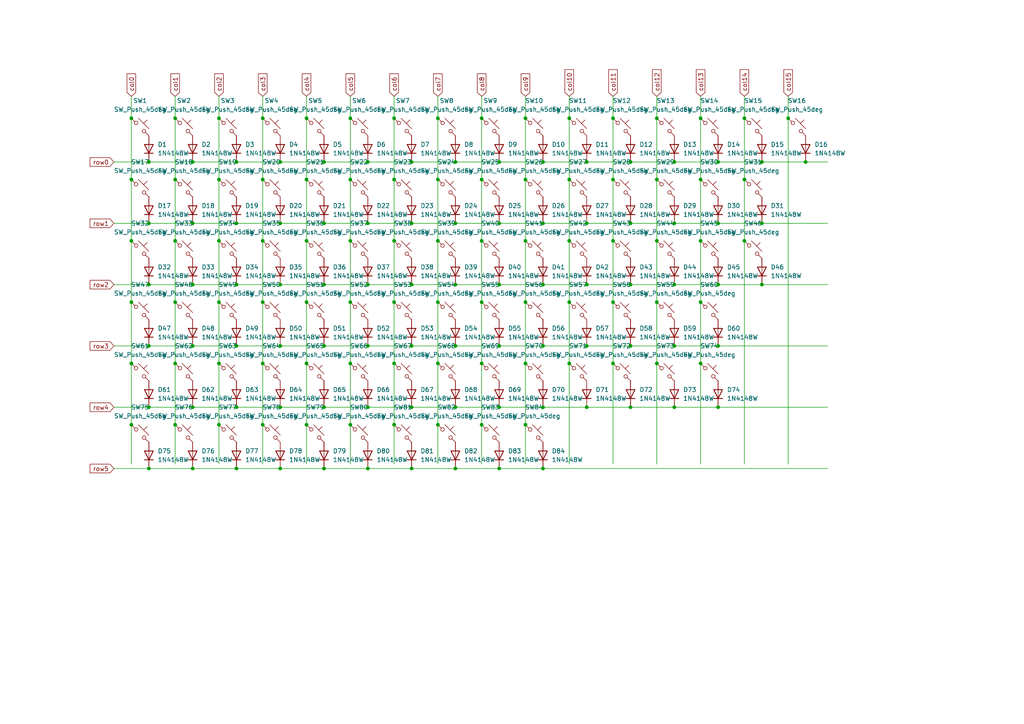
<source format=kicad_sch>
(kicad_sch (version 20250114) (generator "eeschema") (generator_version "9.0")
  (paper "A4")
  (junction (at 152.4 123.19))
  (junction (at 157.48 118.11))
  (junction (at 88.9 105.41))
  (junction (at 63.5 87.63))
  (junction (at 208.28 64.77))
  (junction (at 203.2 52.07))
  (junction (at 81.28 64.77))
  (junction (at 63.5 69.85))
  (junction (at 170.18 64.77))
  (junction (at 55.88 100.33))
  (junction (at 215.9 34.29))
  (junction (at 114.3 123.19))
  (junction (at 165.1 87.63))
  (junction (at 170.18 100.33))
  (junction (at 152.4 87.63))
  (junction (at 132.08 118.11))
  (junction (at 55.88 135.89))
  (junction (at 114.3 52.07))
  (junction (at 157.48 46.99))
  (junction (at 88.9 69.85))
  (junction (at 88.9 87.63))
  (junction (at 190.5 34.29))
  (junction (at 50.8 52.07))
  (junction (at 93.98 64.77))
  (junction (at 81.28 100.33))
  (junction (at 106.68 118.11))
  (junction (at 190.5 69.85))
  (junction (at 195.58 118.11))
  (junction (at 114.3 87.63))
  (junction (at 81.28 118.11))
  (junction (at 208.28 118.11))
  (junction (at 152.4 105.41))
  (junction (at 68.58 64.77))
  (junction (at 177.8 52.07))
  (junction (at 50.8 87.63))
  (junction (at 220.98 82.55))
  (junction (at 68.58 118.11))
  (junction (at 38.1 34.29))
  (junction (at 195.58 46.99))
  (junction (at 190.5 105.41))
  (junction (at 76.2 105.41))
  (junction (at 195.58 82.55))
  (junction (at 182.88 64.77))
  (junction (at 139.7 123.19))
  (junction (at 106.68 46.99))
  (junction (at 127 69.85))
  (junction (at 170.18 118.11))
  (junction (at 144.78 100.33))
  (junction (at 43.18 82.55))
  (junction (at 50.8 34.29))
  (junction (at 203.2 87.63))
  (junction (at 50.8 123.19))
  (junction (at 215.9 69.85))
  (junction (at 76.2 87.63))
  (junction (at 132.08 135.89))
  (junction (at 165.1 34.29))
  (junction (at 127 87.63))
  (junction (at 119.38 135.89))
  (junction (at 101.6 87.63))
  (junction (at 170.18 46.99))
  (junction (at 43.18 46.99))
  (junction (at 144.78 82.55))
  (junction (at 68.58 46.99))
  (junction (at 220.98 46.99))
  (junction (at 38.1 105.41))
  (junction (at 228.6 34.29))
  (junction (at 127 123.19))
  (junction (at 132.08 64.77))
  (junction (at 76.2 123.19))
  (junction (at 215.9 52.07))
  (junction (at 93.98 46.99))
  (junction (at 106.68 135.89))
  (junction (at 63.5 105.41))
  (junction (at 88.9 52.07))
  (junction (at 114.3 105.41))
  (junction (at 208.28 82.55))
  (junction (at 63.5 34.29))
  (junction (at 38.1 52.07))
  (junction (at 43.18 118.11))
  (junction (at 68.58 82.55))
  (junction (at 119.38 100.33))
  (junction (at 119.38 46.99))
  (junction (at 157.48 82.55))
  (junction (at 106.68 64.77))
  (junction (at 157.48 135.89))
  (junction (at 119.38 64.77))
  (junction (at 106.68 100.33))
  (junction (at 203.2 69.85))
  (junction (at 88.9 123.19))
  (junction (at 190.5 52.07))
  (junction (at 88.9 34.29))
  (junction (at 157.48 64.77))
  (junction (at 55.88 82.55))
  (junction (at 132.08 82.55))
  (junction (at 101.6 34.29))
  (junction (at 127 52.07))
  (junction (at 233.68 46.99))
  (junction (at 127 34.29))
  (junction (at 182.88 100.33))
  (junction (at 101.6 52.07))
  (junction (at 144.78 118.11))
  (junction (at 182.88 82.55))
  (junction (at 144.78 46.99))
  (junction (at 195.58 100.33))
  (junction (at 55.88 64.77))
  (junction (at 50.8 105.41))
  (junction (at 76.2 34.29))
  (junction (at 68.58 135.89))
  (junction (at 195.58 64.77))
  (junction (at 139.7 52.07))
  (junction (at 182.88 46.99))
  (junction (at 93.98 135.89))
  (junction (at 55.88 118.11))
  (junction (at 101.6 69.85))
  (junction (at 81.28 46.99))
  (junction (at 132.08 100.33))
  (junction (at 170.18 82.55))
  (junction (at 208.28 100.33))
  (junction (at 38.1 123.19))
  (junction (at 55.88 46.99))
  (junction (at 139.7 105.41))
  (junction (at 43.18 135.89))
  (junction (at 114.3 34.29))
  (junction (at 139.7 69.85))
  (junction (at 182.88 118.11))
  (junction (at 165.1 69.85))
  (junction (at 152.4 52.07))
  (junction (at 144.78 135.89))
  (junction (at 190.5 87.63))
  (junction (at 63.5 123.19))
  (junction (at 152.4 34.29))
  (junction (at 63.5 52.07))
  (junction (at 101.6 123.19))
  (junction (at 144.78 64.77))
  (junction (at 132.08 46.99))
  (junction (at 50.8 69.85))
  (junction (at 114.3 69.85))
  (junction (at 106.68 82.55))
  (junction (at 177.8 69.85))
  (junction (at 38.1 69.85))
  (junction (at 177.8 87.63))
  (junction (at 43.18 100.33))
  (junction (at 203.2 105.41))
  (junction (at 177.8 34.29))
  (junction (at 127 105.41))
  (junction (at 177.8 105.41))
  (junction (at 119.38 82.55))
  (junction (at 208.28 46.99))
  (junction (at 165.1 105.41))
  (junction (at 152.4 69.85))
  (junction (at 203.2 34.29))
  (junction (at 220.98 64.77))
  (junction (at 76.2 69.85))
  (junction (at 93.98 100.33))
  (junction (at 38.1 87.63))
  (junction (at 76.2 52.07))
  (junction (at 139.7 87.63))
  (junction (at 81.28 135.89))
  (junction (at 93.98 118.11))
  (junction (at 119.38 118.11))
  (junction (at 93.98 82.55))
  (junction (at 101.6 105.41))
  (junction (at 43.18 64.77))
  (junction (at 81.28 82.55))
  (junction (at 165.1 52.07))
  (junction (at 139.7 34.29))
  (junction (at 68.58 100.33))
  (junction (at 157.48 100.33))
  (wire (pts (xy 106.68 118.11) (xy 119.38 118.11)))
  (wire (pts (xy 50.8 87.63) (xy 50.8 105.41)))
  (wire (pts (xy 68.58 82.55) (xy 81.28 82.55)))
  (wire (pts (xy 114.3 105.41) (xy 114.3 123.19)))
  (wire (pts (xy 233.68 46.99) (xy 240.03 46.99)))
  (wire (pts (xy 68.58 46.99) (xy 81.28 46.99)))
  (wire (pts (xy 93.98 118.11) (xy 106.68 118.11)))
  (wire (pts (xy 93.98 82.55) (xy 106.68 82.55)))
  (wire (pts (xy 132.08 135.89) (xy 144.78 135.89)))
  (wire (pts (xy 144.78 135.89) (xy 157.48 135.89)))
  (wire (pts (xy 195.58 46.99) (xy 208.28 46.99)))
  (wire (pts (xy 152.4 123.19) (xy 152.4 134.62)))
  (wire (pts (xy 177.8 34.29) (xy 177.8 52.07)))
  (wire (pts (xy 190.5 69.85) (xy 190.5 87.63)))
  (wire (pts (xy 50.8 27.94) (xy 50.8 34.29)))
  (wire (pts (xy 55.88 135.89) (xy 68.58 135.89)))
  (wire (pts (xy 170.18 46.99) (xy 182.88 46.99)))
  (wire (pts (xy 182.88 100.33) (xy 195.58 100.33)))
  (wire (pts (xy 101.6 69.85) (xy 101.6 87.63)))
  (wire (pts (xy 38.1 69.85) (xy 38.1 87.63)))
  (wire (pts (xy 139.7 69.85) (xy 139.7 87.63)))
  (wire (pts (xy 101.6 105.41) (xy 101.6 123.19)))
  (wire (pts (xy 177.8 52.07) (xy 177.8 69.85)))
  (wire (pts (xy 195.58 100.33) (xy 208.28 100.33)))
  (wire (pts (xy 101.6 123.19) (xy 101.6 134.62)))
  (wire (pts (xy 63.5 123.19) (xy 63.5 134.62)))
  (wire (pts (xy 203.2 105.41) (xy 203.2 134.62)))
  (wire (pts (xy 114.3 52.07) (xy 114.3 69.85)))
  (wire (pts (xy 215.9 69.85) (xy 215.9 134.62)))
  (wire (pts (xy 114.3 34.29) (xy 114.3 52.07)))
  (wire (pts (xy 76.2 87.63) (xy 76.2 105.41)))
  (wire (pts (xy 203.2 52.07) (xy 203.2 69.85)))
  (wire (pts (xy 144.78 100.33) (xy 157.48 100.33)))
  (wire (pts (xy 55.88 64.77) (xy 68.58 64.77)))
  (wire (pts (xy 88.9 27.94) (xy 88.9 34.29)))
  (wire (pts (xy 55.88 82.55) (xy 68.58 82.55)))
  (wire (pts (xy 152.4 105.41) (xy 152.4 123.19)))
  (wire (pts (xy 119.38 82.55) (xy 132.08 82.55)))
  (wire (pts (xy 38.1 34.29) (xy 38.1 52.07)))
  (wire (pts (xy 88.9 34.29) (xy 88.9 52.07)))
  (wire (pts (xy 132.08 100.33) (xy 144.78 100.33)))
  (wire (pts (xy 165.1 105.41) (xy 165.1 134.62)))
  (wire (pts (xy 114.3 27.94) (xy 114.3 34.29)))
  (wire (pts (xy 76.2 105.41) (xy 76.2 123.19)))
  (wire (pts (xy 88.9 123.19) (xy 88.9 134.62)))
  (wire (pts (xy 139.7 105.41) (xy 139.7 123.19)))
  (wire (pts (xy 157.48 118.11) (xy 170.18 118.11)))
  (wire (pts (xy 152.4 34.29) (xy 152.4 52.07)))
  (wire (pts (xy 177.8 105.41) (xy 177.8 134.62)))
  (wire (pts (xy 203.2 34.29) (xy 203.2 52.07)))
  (wire (pts (xy 170.18 100.33) (xy 182.88 100.33)))
  (wire (pts (xy 228.6 27.94) (xy 228.6 34.29)))
  (wire (pts (xy 106.68 82.55) (xy 119.38 82.55)))
  (wire (pts (xy 55.88 118.11) (xy 68.58 118.11)))
  (wire (pts (xy 157.48 64.77) (xy 170.18 64.77)))
  (wire (pts (xy 55.88 100.33) (xy 68.58 100.33)))
  (wire (pts (xy 152.4 69.85) (xy 152.4 87.63)))
  (wire (pts (xy 119.38 118.11) (xy 132.08 118.11)))
  (wire (pts (xy 132.08 118.11) (xy 144.78 118.11)))
  (wire (pts (xy 165.1 52.07) (xy 165.1 69.85)))
  (wire (pts (xy 220.98 64.77) (xy 240.03 64.77)))
  (wire (pts (xy 190.5 34.29) (xy 190.5 52.07)))
  (wire (pts (xy 203.2 87.63) (xy 203.2 105.41)))
  (wire (pts (xy 182.88 64.77) (xy 195.58 64.77)))
  (wire (pts (xy 215.9 27.94) (xy 215.9 34.29)))
  (wire (pts (xy 132.08 64.77) (xy 144.78 64.77)))
  (wire (pts (xy 114.3 87.63) (xy 114.3 105.41)))
  (wire (pts (xy 43.18 118.11) (xy 55.88 118.11)))
  (wire (pts (xy 195.58 118.11) (xy 208.28 118.11)))
  (wire (pts (xy 50.8 123.19) (xy 50.8 134.62)))
  (wire (pts (xy 88.9 52.07) (xy 88.9 69.85)))
  (wire (pts (xy 127 123.19) (xy 127 134.62)))
  (wire (pts (xy 182.88 82.55) (xy 195.58 82.55)))
  (wire (pts (xy 127 52.07) (xy 127 69.85)))
  (wire (pts (xy 63.5 105.41) (xy 63.5 123.19)))
  (wire (pts (xy 190.5 87.63) (xy 190.5 105.41)))
  (wire (pts (xy 177.8 69.85) (xy 177.8 87.63)))
  (wire (pts (xy 68.58 64.77) (xy 81.28 64.77)))
  (wire (pts (xy 182.88 118.11) (xy 195.58 118.11)))
  (wire (pts (xy 33.02 46.99) (xy 43.18 46.99)))
  (wire (pts (xy 215.9 52.07) (xy 215.9 69.85)))
  (wire (pts (xy 81.28 118.11) (xy 93.98 118.11)))
  (wire (pts (xy 76.2 52.07) (xy 76.2 69.85)))
  (wire (pts (xy 33.02 64.77) (xy 43.18 64.77)))
  (wire (pts (xy 43.18 100.33) (xy 55.88 100.33)))
  (wire (pts (xy 152.4 27.94) (xy 152.4 34.29)))
  (wire (pts (xy 208.28 46.99) (xy 220.98 46.99)))
  (wire (pts (xy 165.1 69.85) (xy 165.1 87.63)))
  (wire (pts (xy 81.28 46.99) (xy 93.98 46.99)))
  (wire (pts (xy 33.02 135.89) (xy 43.18 135.89)))
  (wire (pts (xy 165.1 34.29) (xy 165.1 52.07)))
  (wire (pts (xy 119.38 46.99) (xy 132.08 46.99)))
  (wire (pts (xy 165.1 27.94) (xy 165.1 34.29)))
  (wire (pts (xy 177.8 87.63) (xy 177.8 105.41)))
  (wire (pts (xy 127 27.94) (xy 127 34.29)))
  (wire (pts (xy 208.28 100.33) (xy 240.03 100.33)))
  (wire (pts (xy 127 69.85) (xy 127 87.63)))
  (wire (pts (xy 208.28 64.77) (xy 220.98 64.77)))
  (wire (pts (xy 33.02 82.55) (xy 43.18 82.55)))
  (wire (pts (xy 220.98 82.55) (xy 240.03 82.55)))
  (wire (pts (xy 50.8 105.41) (xy 50.8 123.19)))
  (wire (pts (xy 50.8 69.85) (xy 50.8 87.63)))
  (wire (pts (xy 152.4 52.07) (xy 152.4 69.85)))
  (wire (pts (xy 114.3 123.19) (xy 114.3 134.62)))
  (wire (pts (xy 144.78 82.55) (xy 157.48 82.55)))
  (wire (pts (xy 215.9 34.29) (xy 215.9 52.07)))
  (wire (pts (xy 93.98 46.99) (xy 106.68 46.99)))
  (wire (pts (xy 68.58 100.33) (xy 81.28 100.33)))
  (wire (pts (xy 38.1 52.07) (xy 38.1 69.85)))
  (wire (pts (xy 76.2 69.85) (xy 76.2 87.63)))
  (wire (pts (xy 38.1 87.63) (xy 38.1 105.41)))
  (wire (pts (xy 106.68 64.77) (xy 119.38 64.77)))
  (wire (pts (xy 157.48 46.99) (xy 170.18 46.99)))
  (wire (pts (xy 63.5 87.63) (xy 63.5 105.41)))
  (wire (pts (xy 38.1 27.94) (xy 38.1 34.29)))
  (wire (pts (xy 139.7 27.94) (xy 139.7 34.29)))
  (wire (pts (xy 63.5 69.85) (xy 63.5 87.63)))
  (wire (pts (xy 144.78 118.11) (xy 157.48 118.11)))
  (wire (pts (xy 114.3 69.85) (xy 114.3 87.63)))
  (wire (pts (xy 38.1 105.41) (xy 38.1 123.19)))
  (wire (pts (xy 101.6 27.94) (xy 101.6 34.29)))
  (wire (pts (xy 195.58 64.77) (xy 208.28 64.77)))
  (wire (pts (xy 93.98 100.33) (xy 106.68 100.33)))
  (wire (pts (xy 157.48 135.89) (xy 240.03 135.89)))
  (wire (pts (xy 177.8 27.94) (xy 177.8 34.29)))
  (wire (pts (xy 139.7 34.29) (xy 139.7 52.07)))
  (wire (pts (xy 119.38 135.89) (xy 132.08 135.89)))
  (wire (pts (xy 190.5 105.41) (xy 190.5 134.62)))
  (wire (pts (xy 106.68 100.33) (xy 119.38 100.33)))
  (wire (pts (xy 165.1 87.63) (xy 165.1 105.41)))
  (wire (pts (xy 139.7 52.07) (xy 139.7 69.85)))
  (wire (pts (xy 220.98 46.99) (xy 233.68 46.99)))
  (wire (pts (xy 76.2 27.94) (xy 76.2 34.29)))
  (wire (pts (xy 81.28 100.33) (xy 93.98 100.33)))
  (wire (pts (xy 170.18 64.77) (xy 182.88 64.77)))
  (wire (pts (xy 157.48 82.55) (xy 170.18 82.55)))
  (wire (pts (xy 88.9 87.63) (xy 88.9 105.41)))
  (wire (pts (xy 93.98 135.89) (xy 106.68 135.89)))
  (wire (pts (xy 170.18 82.55) (xy 182.88 82.55)))
  (wire (pts (xy 119.38 100.33) (xy 132.08 100.33)))
  (wire (pts (xy 101.6 34.29) (xy 101.6 52.07)))
  (wire (pts (xy 144.78 46.99) (xy 157.48 46.99)))
  (wire (pts (xy 93.98 64.77) (xy 106.68 64.77)))
  (wire (pts (xy 152.4 87.63) (xy 152.4 105.41)))
  (wire (pts (xy 127 34.29) (xy 127 52.07)))
  (wire (pts (xy 190.5 52.07) (xy 190.5 69.85)))
  (wire (pts (xy 33.02 100.33) (xy 43.18 100.33)))
  (wire (pts (xy 106.68 135.89) (xy 119.38 135.89)))
  (wire (pts (xy 144.78 64.77) (xy 157.48 64.77)))
  (wire (pts (xy 101.6 87.63) (xy 101.6 105.41)))
  (wire (pts (xy 33.02 118.11) (xy 43.18 118.11)))
  (wire (pts (xy 76.2 123.19) (xy 76.2 134.62)))
  (wire (pts (xy 228.6 34.29) (xy 228.6 134.62)))
  (wire (pts (xy 63.5 27.94) (xy 63.5 34.29)))
  (wire (pts (xy 132.08 82.55) (xy 144.78 82.55)))
  (wire (pts (xy 101.6 52.07) (xy 101.6 69.85)))
  (wire (pts (xy 68.58 118.11) (xy 81.28 118.11)))
  (wire (pts (xy 50.8 34.29) (xy 50.8 52.07)))
  (wire (pts (xy 139.7 123.19) (xy 139.7 134.62)))
  (wire (pts (xy 55.88 46.99) (xy 68.58 46.99)))
  (wire (pts (xy 68.58 135.89) (xy 81.28 135.89)))
  (wire (pts (xy 182.88 46.99) (xy 195.58 46.99)))
  (wire (pts (xy 88.9 69.85) (xy 88.9 87.63)))
  (wire (pts (xy 208.28 118.11) (xy 240.03 118.11)))
  (wire (pts (xy 132.08 46.99) (xy 144.78 46.99)))
  (wire (pts (xy 157.48 100.33) (xy 170.18 100.33)))
  (wire (pts (xy 76.2 34.29) (xy 76.2 52.07)))
  (wire (pts (xy 43.18 46.99) (xy 55.88 46.99)))
  (wire (pts (xy 127 105.41) (xy 127 123.19)))
  (wire (pts (xy 139.7 87.63) (xy 139.7 105.41)))
  (wire (pts (xy 190.5 27.94) (xy 190.5 34.29)))
  (wire (pts (xy 203.2 27.94) (xy 203.2 34.29)))
  (wire (pts (xy 127 87.63) (xy 127 105.41)))
  (wire (pts (xy 119.38 64.77) (xy 132.08 64.77)))
  (wire (pts (xy 81.28 82.55) (xy 93.98 82.55)))
  (wire (pts (xy 50.8 52.07) (xy 50.8 69.85)))
  (wire (pts (xy 63.5 52.07) (xy 63.5 69.85)))
  (wire (pts (xy 203.2 69.85) (xy 203.2 87.63)))
  (wire (pts (xy 43.18 64.77) (xy 55.88 64.77)))
  (wire (pts (xy 88.9 105.41) (xy 88.9 123.19)))
  (wire (pts (xy 43.18 82.55) (xy 55.88 82.55)))
  (wire (pts (xy 208.28 82.55) (xy 220.98 82.55)))
  (wire (pts (xy 170.18 118.11) (xy 182.88 118.11)))
  (wire (pts (xy 43.18 135.89) (xy 55.88 135.89)))
  (wire (pts (xy 38.1 123.19) (xy 38.1 134.62)))
  (wire (pts (xy 106.68 46.99) (xy 119.38 46.99)))
  (wire (pts (xy 81.28 135.89) (xy 93.98 135.89)))
  (wire (pts (xy 195.58 82.55) (xy 208.28 82.55)))
  (wire (pts (xy 81.28 64.77) (xy 93.98 64.77)))
  (wire (pts (xy 63.5 34.29) (xy 63.5 52.07)))
  (global_label "row3" (shape input) (at 33.02 100.33 180) (property "Intersheetrefs" "${INTERSHEET_REFS}" (effects (hide yes))))
  (global_label "col11" (shape input) (at 177.8 27.94 90) (property "Intersheetrefs" "${INTERSHEET_REFS}" (effects (hide yes))))
  (global_label "col2" (shape input) (at 63.5 27.94 90) (property "Intersheetrefs" "${INTERSHEET_REFS}" (effects (hide yes))))
  (global_label "row1" (shape input) (at 33.02 64.77 180) (property "Intersheetrefs" "${INTERSHEET_REFS}" (effects (hide yes))))
  (global_label "col9" (shape input) (at 152.4 27.94 90) (property "Intersheetrefs" "${INTERSHEET_REFS}" (effects (hide yes))))
  (global_label "col10" (shape input) (at 165.1 27.94 90) (property "Intersheetrefs" "${INTERSHEET_REFS}" (effects (hide yes))))
  (global_label "col1" (shape input) (at 50.8 27.94 90) (property "Intersheetrefs" "${INTERSHEET_REFS}" (effects (hide yes))))
  (global_label "col13" (shape input) (at 203.2 27.94 90) (property "Intersheetrefs" "${INTERSHEET_REFS}" (effects (hide yes))))
  (global_label "col8" (shape input) (at 139.7 27.94 90) (property "Intersheetrefs" "${INTERSHEET_REFS}" (effects (hide yes))))
  (global_label "col15" (shape input) (at 228.6 27.94 90) (property "Intersheetrefs" "${INTERSHEET_REFS}" (effects (hide yes))))
  (global_label "row4" (shape input) (at 33.02 118.11 180) (property "Intersheetrefs" "${INTERSHEET_REFS}" (effects (hide yes))))
  (global_label "row5" (shape input) (at 33.02 135.89 180) (property "Intersheetrefs" "${INTERSHEET_REFS}" (effects (hide yes))))
  (global_label "col5" (shape input) (at 101.6 27.94 90) (property "Intersheetrefs" "${INTERSHEET_REFS}" (effects (hide yes))))
  (global_label "col6" (shape input) (at 114.3 27.94 90) (property "Intersheetrefs" "${INTERSHEET_REFS}" (effects (hide yes))))
  (global_label "col3" (shape input) (at 76.2 27.94 90) (property "Intersheetrefs" "${INTERSHEET_REFS}" (effects (hide yes))))
  (global_label "col14" (shape input) (at 215.9 27.94 90) (property "Intersheetrefs" "${INTERSHEET_REFS}" (effects (hide yes))))
  (global_label "row0" (shape input) (at 33.02 46.99 180) (property "Intersheetrefs" "${INTERSHEET_REFS}" (effects (hide yes))))
  (global_label "col12" (shape input) (at 190.5 27.94 90) (property "Intersheetrefs" "${INTERSHEET_REFS}" (effects (hide yes))))
  (global_label "row2" (shape input) (at 33.02 82.55 180) (property "Intersheetrefs" "${INTERSHEET_REFS}" (effects (hide yes))))
  (global_label "col4" (shape input) (at 88.9 27.94 90) (property "Intersheetrefs" "${INTERSHEET_REFS}" (effects (hide yes))))
  (global_label "col7" (shape input) (at 127 27.94 90) (property "Intersheetrefs" "${INTERSHEET_REFS}" (effects (hide yes))))
  (global_label "col0" (shape input) (at 38.1 27.94 90) (property "Intersheetrefs" "${INTERSHEET_REFS}" (effects (hide yes))))
  (symbol (lib_id "Switch:SW_Push_45deg") (at 205.74 107.95 0) (unit 1)
    (property "Reference" "SW74" (at 205.74 100.33 0))
    (property "Value" "SW_Push_45deg" (at 205.74 102.87 0))
    (property "Footprint" "PCM_Switch_Keyboard_Cherry_MX:SW_Cherry_MX_PCB" (effects (hide yes)))
    (property "Description" "Push button switch, normally open, two pins, 45° tilted" (effects (hide yes)))
  )
  (symbol (lib_id "Diode:1N4148W") (at 43.18 60.96 90) (unit 1)
    (property "Reference" "D17" (at 45.72 59.6899 90) (effects (justify right)))
    (property "Value" "1N4148W" (at 45.72 62.2299 90) (effects (justify right)))
    (property "Footprint" "Diode_SMD:D_SOD-123" (effects (hide yes)))
    (property "Datasheet" "https://www.vishay.com/docs/85748/1n4148w.pdf" (effects (hide yes)))
    (property "Description" "75V 0.15A Fast Switching Diode, SOD-123" (effects (hide yes)))
    (property "Sim.Device" "D" (effects (hide yes)))
    (property "Sim.Pins" "1=K 2=A" (effects (hide yes)))
  )
  (symbol (lib_id "Switch:SW_Push_45deg") (at 104.14 125.73 0) (unit 1)
    (property "Reference" "SW80" (at 104.14 118.11 0))
    (property "Value" "SW_Push_45deg" (at 104.14 120.65 0))
    (property "Footprint" "PCM_Switch_Keyboard_Cherry_MX:SW_Cherry_MX_PCB" (effects (hide yes)))
    (property "Description" "Push button switch, normally open, two pins, 45° tilted" (effects (hide yes)))
  )
  (symbol (lib_id "Diode:1N4148W") (at 119.38 60.96 90) (unit 1)
    (property "Reference" "D23" (at 121.92 59.6899 90) (effects (justify right)))
    (property "Value" "1N4148W" (at 121.92 62.2299 90) (effects (justify right)))
    (property "Footprint" "Diode_SMD:D_SOD-123" (effects (hide yes)))
    (property "Datasheet" "https://www.vishay.com/docs/85748/1n4148w.pdf" (effects (hide yes)))
    (property "Description" "75V 0.15A Fast Switching Diode, SOD-123" (effects (hide yes)))
    (property "Sim.Device" "D" (effects (hide yes)))
    (property "Sim.Pins" "1=K 2=A" (effects (hide yes)))
  )
  (symbol (lib_id "Diode:1N4148W") (at 157.48 43.18 90) (unit 1)
    (property "Reference" "D10" (at 160.02 41.9099 90) (effects (justify right)))
    (property "Value" "1N4148W" (at 160.02 44.4499 90) (effects (justify right)))
    (property "Footprint" "Diode_SMD:D_SOD-123" (effects (hide yes)))
    (property "Datasheet" "https://www.vishay.com/docs/85748/1n4148w.pdf" (effects (hide yes)))
    (property "Description" "75V 0.15A Fast Switching Diode, SOD-123" (effects (hide yes)))
    (property "Sim.Device" "D" (effects (hide yes)))
    (property "Sim.Pins" "1=K 2=A" (effects (hide yes)))
  )
  (symbol (lib_id "Switch:SW_Push_45deg") (at 104.14 36.83 0) (unit 1)
    (property "Reference" "SW6" (at 104.14 29.21 0))
    (property "Value" "SW_Push_45deg" (at 104.14 31.75 0))
    (property "Footprint" "PCM_Switch_Keyboard_Cherry_MX:SW_Cherry_MX_PCB" (effects (hide yes)))
    (property "Description" "Push button switch, normally open, two pins, 45° tilted" (effects (hide yes)))
  )
  (symbol (lib_id "Diode:1N4148W") (at 182.88 60.96 90) (unit 1)
    (property "Reference" "D28" (at 185.42 59.6899 90) (effects (justify right)))
    (property "Value" "1N4148W" (at 185.42 62.2299 90) (effects (justify right)))
    (property "Footprint" "Diode_SMD:D_SOD-123" (effects (hide yes)))
    (property "Datasheet" "https://www.vishay.com/docs/85748/1n4148w.pdf" (effects (hide yes)))
    (property "Description" "75V 0.15A Fast Switching Diode, SOD-123" (effects (hide yes)))
    (property "Sim.Device" "D" (effects (hide yes)))
    (property "Sim.Pins" "1=K 2=A" (effects (hide yes)))
  )
  (symbol (lib_id "Switch:SW_Push_45deg") (at 142.24 72.39 0) (unit 1)
    (property "Reference" "SW40" (at 142.24 64.77 0))
    (property "Value" "SW_Push_45deg" (at 142.24 67.31 0))
    (property "Footprint" "PCM_Switch_Keyboard_Cherry_MX:SW_Cherry_MX_PCB" (effects (hide yes)))
    (property "Description" "Push button switch, normally open, two pins, 45° tilted" (effects (hide yes)))
  )
  (symbol (lib_id "Diode:1N4148W") (at 220.98 43.18 90) (unit 1)
    (property "Reference" "D15" (at 223.52 41.9099 90) (effects (justify right)))
    (property "Value" "1N4148W" (at 223.52 44.4499 90) (effects (justify right)))
    (property "Footprint" "Diode_SMD:D_SOD-123" (effects (hide yes)))
    (property "Datasheet" "https://www.vishay.com/docs/85748/1n4148w.pdf" (effects (hide yes)))
    (property "Description" "75V 0.15A Fast Switching Diode, SOD-123" (effects (hide yes)))
    (property "Sim.Device" "D" (effects (hide yes)))
    (property "Sim.Pins" "1=K 2=A" (effects (hide yes)))
  )
  (symbol (lib_id "Switch:SW_Push_45deg") (at 66.04 36.83 0) (unit 1)
    (property "Reference" "SW3" (at 66.04 29.21 0))
    (property "Value" "SW_Push_45deg" (at 66.04 31.75 0))
    (property "Footprint" "PCM_Switch_Keyboard_Cherry_MX:SW_Cherry_MX_PCB" (effects (hide yes)))
    (property "Description" "Push button switch, normally open, two pins, 45° tilted" (effects (hide yes)))
  )
  (symbol (lib_id "Switch:SW_Push_45deg") (at 205.74 54.61 0) (unit 1)
    (property "Reference" "SW30" (at 205.74 46.99 0))
    (property "Value" "SW_Push_45deg" (at 205.74 49.53 0))
    (property "Footprint" "PCM_Switch_Keyboard_Cherry_MX:SW_Cherry_MX_PCB" (effects (hide yes)))
    (property "Description" "Push button switch, normally open, two pins, 45° tilted" (effects (hide yes)))
  )
  (symbol (lib_id "Switch:SW_Push_45deg") (at 53.34 54.61 0) (unit 1)
    (property "Reference" "SW18" (at 53.34 46.99 0))
    (property "Value" "SW_Push_45deg" (at 53.34 49.53 0))
    (property "Footprint" "PCM_Switch_Keyboard_Cherry_MX:SW_Cherry_MX_PCB" (effects (hide yes)))
    (property "Description" "Push button switch, normally open, two pins, 45° tilted" (effects (hide yes)))
  )
  (symbol (lib_id "Diode:1N4148W") (at 68.58 96.52 90) (unit 1)
    (property "Reference" "D49" (at 71.12 95.2499 90) (effects (justify right)))
    (property "Value" "1N4148W" (at 71.12 97.7899 90) (effects (justify right)))
    (property "Footprint" "Diode_SMD:D_SOD-123" (effects (hide yes)))
    (property "Datasheet" "https://www.vishay.com/docs/85748/1n4148w.pdf" (effects (hide yes)))
    (property "Description" "75V 0.15A Fast Switching Diode, SOD-123" (effects (hide yes)))
    (property "Sim.Device" "D" (effects (hide yes)))
    (property "Sim.Pins" "1=K 2=A" (effects (hide yes)))
  )
  (symbol (lib_id "Diode:1N4148W") (at 55.88 43.18 90) (unit 1)
    (property "Reference" "D2" (at 58.42 41.9099 90) (effects (justify right)))
    (property "Value" "1N4148W" (at 58.42 44.4499 90) (effects (justify right)))
    (property "Footprint" "Diode_SMD:D_SOD-123" (effects (hide yes)))
    (property "Datasheet" "https://www.vishay.com/docs/85748/1n4148w.pdf" (effects (hide yes)))
    (property "Description" "75V 0.15A Fast Switching Diode, SOD-123" (effects (hide yes)))
    (property "Sim.Device" "D" (effects (hide yes)))
    (property "Sim.Pins" "1=K 2=A" (effects (hide yes)))
  )
  (symbol (lib_id "Diode:1N4148W") (at 106.68 60.96 90) (unit 1)
    (property "Reference" "D22" (at 109.22 59.6899 90) (effects (justify right)))
    (property "Value" "1N4148W" (at 109.22 62.2299 90) (effects (justify right)))
    (property "Footprint" "Diode_SMD:D_SOD-123" (effects (hide yes)))
    (property "Datasheet" "https://www.vishay.com/docs/85748/1n4148w.pdf" (effects (hide yes)))
    (property "Description" "75V 0.15A Fast Switching Diode, SOD-123" (effects (hide yes)))
    (property "Sim.Device" "D" (effects (hide yes)))
    (property "Sim.Pins" "1=K 2=A" (effects (hide yes)))
  )
  (symbol (lib_id "Diode:1N4148W") (at 144.78 43.18 90) (unit 1)
    (property "Reference" "D9" (at 147.32 41.9099 90) (effects (justify right)))
    (property "Value" "1N4148W" (at 147.32 44.4499 90) (effects (justify right)))
    (property "Footprint" "Diode_SMD:D_SOD-123" (effects (hide yes)))
    (property "Datasheet" "https://www.vishay.com/docs/85748/1n4148w.pdf" (effects (hide yes)))
    (property "Description" "75V 0.15A Fast Switching Diode, SOD-123" (effects (hide yes)))
    (property "Sim.Device" "D" (effects (hide yes)))
    (property "Sim.Pins" "1=K 2=A" (effects (hide yes)))
  )
  (symbol (lib_id "Switch:SW_Push_45deg") (at 180.34 90.17 0) (unit 1)
    (property "Reference" "SW58" (at 180.34 82.55 0))
    (property "Value" "SW_Push_45deg" (at 180.34 85.09 0))
    (property "Footprint" "PCM_Switch_Keyboard_Cherry_MX:SW_Cherry_MX_PCB" (effects (hide yes)))
    (property "Description" "Push button switch, normally open, two pins, 45° tilted" (effects (hide yes)))
  )
  (symbol (lib_id "Switch:SW_Push_45deg") (at 129.54 54.61 0) (unit 1)
    (property "Reference" "SW24" (at 129.54 46.99 0))
    (property "Value" "SW_Push_45deg" (at 129.54 49.53 0))
    (property "Footprint" "PCM_Switch_Keyboard_Cherry_MX:SW_Cherry_MX_PCB" (effects (hide yes)))
    (property "Description" "Push button switch, normally open, two pins, 45° tilted" (effects (hide yes)))
  )
  (symbol (lib_id "Diode:1N4148W") (at 195.58 60.96 90) (unit 1)
    (property "Reference" "D29" (at 198.12 59.6899 90) (effects (justify right)))
    (property "Value" "1N4148W" (at 198.12 62.2299 90) (effects (justify right)))
    (property "Footprint" "Diode_SMD:D_SOD-123" (effects (hide yes)))
    (property "Datasheet" "https://www.vishay.com/docs/85748/1n4148w.pdf" (effects (hide yes)))
    (property "Description" "75V 0.15A Fast Switching Diode, SOD-123" (effects (hide yes)))
    (property "Sim.Device" "D" (effects (hide yes)))
    (property "Sim.Pins" "1=K 2=A" (effects (hide yes)))
  )
  (symbol (lib_id "Switch:SW_Push_45deg") (at 91.44 36.83 0) (unit 1)
    (property "Reference" "SW5" (at 91.44 29.21 0))
    (property "Value" "SW_Push_45deg" (at 91.44 31.75 0))
    (property "Footprint" "PCM_Switch_Keyboard_Cherry_MX:SW_Cherry_MX_PCB" (effects (hide yes)))
    (property "Description" "Push button switch, normally open, two pins, 45° tilted" (effects (hide yes)))
  )
  (symbol (lib_id "Switch:SW_Push_45deg") (at 116.84 54.61 0) (unit 1)
    (property "Reference" "SW23" (at 116.84 46.99 0))
    (property "Value" "SW_Push_45deg" (at 116.84 49.53 0))
    (property "Footprint" "PCM_Switch_Keyboard_Cherry_MX:SW_Cherry_MX_PCB" (effects (hide yes)))
    (property "Description" "Push button switch, normally open, two pins, 45° tilted" (effects (hide yes)))
  )
  (symbol (lib_id "Switch:SW_Push_45deg") (at 167.64 54.61 0) (unit 1)
    (property "Reference" "SW27" (at 167.64 46.99 0))
    (property "Value" "SW_Push_45deg" (at 167.64 49.53 0))
    (property "Footprint" "PCM_Switch_Keyboard_Cherry_MX:SW_Cherry_MX_PCB" (effects (hide yes)))
    (property "Description" "Push button switch, normally open, two pins, 45° tilted" (effects (hide yes)))
  )
  (symbol (lib_id "Diode:1N4148W") (at 144.78 60.96 90) (unit 1)
    (property "Reference" "D25" (at 147.32 59.6899 90) (effects (justify right)))
    (property "Value" "1N4148W" (at 147.32 62.2299 90) (effects (justify right)))
    (property "Footprint" "Diode_SMD:D_SOD-123" (effects (hide yes)))
    (property "Datasheet" "https://www.vishay.com/docs/85748/1n4148w.pdf" (effects (hide yes)))
    (property "Description" "75V 0.15A Fast Switching Diode, SOD-123" (effects (hide yes)))
    (property "Sim.Device" "D" (effects (hide yes)))
    (property "Sim.Pins" "1=K 2=A" (effects (hide yes)))
  )
  (symbol (lib_id "Switch:SW_Push_45deg") (at 53.34 90.17 0) (unit 1)
    (property "Reference" "SW48" (at 53.34 82.55 0))
    (property "Value" "SW_Push_45deg" (at 53.34 85.09 0))
    (property "Footprint" "PCM_Switch_Keyboard_Cherry_MX:SW_Cherry_MX_PCB" (effects (hide yes)))
    (property "Description" "Push button switch, normally open, two pins, 45° tilted" (effects (hide yes)))
  )
  (symbol (lib_id "Diode:1N4148W") (at 81.28 78.74 90) (unit 1)
    (property "Reference" "D35" (at 83.82 77.4699 90) (effects (justify right)))
    (property "Value" "1N4148W" (at 83.82 80.0099 90) (effects (justify right)))
    (property "Footprint" "Diode_SMD:D_SOD-123" (effects (hide yes)))
    (property "Datasheet" "https://www.vishay.com/docs/85748/1n4148w.pdf" (effects (hide yes)))
    (property "Description" "75V 0.15A Fast Switching Diode, SOD-123" (effects (hide yes)))
    (property "Sim.Device" "D" (effects (hide yes)))
    (property "Sim.Pins" "1=K 2=A" (effects (hide yes)))
  )
  (symbol (lib_id "Diode:1N4148W") (at 119.38 96.52 90) (unit 1)
    (property "Reference" "D53" (at 121.92 95.2499 90) (effects (justify right)))
    (property "Value" "1N4148W" (at 121.92 97.7899 90) (effects (justify right)))
    (property "Footprint" "Diode_SMD:D_SOD-123" (effects (hide yes)))
    (property "Datasheet" "https://www.vishay.com/docs/85748/1n4148w.pdf" (effects (hide yes)))
    (property "Description" "75V 0.15A Fast Switching Diode, SOD-123" (effects (hide yes)))
    (property "Sim.Device" "D" (effects (hide yes)))
    (property "Sim.Pins" "1=K 2=A" (effects (hide yes)))
  )
  (symbol (lib_id "Diode:1N4148W") (at 68.58 132.08 90) (unit 1)
    (property "Reference" "D77" (at 71.12 130.8099 90) (effects (justify right)))
    (property "Value" "1N4148W" (at 71.12 133.3499 90) (effects (justify right)))
    (property "Footprint" "Diode_SMD:D_SOD-123" (effects (hide yes)))
    (property "Datasheet" "https://www.vishay.com/docs/85748/1n4148w.pdf" (effects (hide yes)))
    (property "Description" "75V 0.15A Fast Switching Diode, SOD-123" (effects (hide yes)))
    (property "Sim.Device" "D" (effects (hide yes)))
    (property "Sim.Pins" "1=K 2=A" (effects (hide yes)))
  )
  (symbol (lib_id "Diode:1N4148W") (at 93.98 96.52 90) (unit 1)
    (property "Reference" "D51" (at 96.52 95.2499 90) (effects (justify right)))
    (property "Value" "1N4148W" (at 96.52 97.7899 90) (effects (justify right)))
    (property "Footprint" "Diode_SMD:D_SOD-123" (effects (hide yes)))
    (property "Datasheet" "https://www.vishay.com/docs/85748/1n4148w.pdf" (effects (hide yes)))
    (property "Description" "75V 0.15A Fast Switching Diode, SOD-123" (effects (hide yes)))
    (property "Sim.Device" "D" (effects (hide yes)))
    (property "Sim.Pins" "1=K 2=A" (effects (hide yes)))
  )
  (symbol (lib_id "Switch:SW_Push_45deg") (at 218.44 36.83 0) (unit 1)
    (property "Reference" "SW15" (at 218.44 29.21 0))
    (property "Value" "SW_Push_45deg" (at 218.44 31.75 0))
    (property "Footprint" "PCM_Switch_Keyboard_Cherry_MX:SW_Cherry_MX_PCB" (effects (hide yes)))
    (property "Description" "Push button switch, normally open, two pins, 45° tilted" (effects (hide yes)))
  )
  (symbol (lib_id "Switch:SW_Push_45deg") (at 104.14 90.17 0) (unit 1)
    (property "Reference" "SW52" (at 104.14 82.55 0))
    (property "Value" "SW_Push_45deg" (at 104.14 85.09 0))
    (property "Footprint" "PCM_Switch_Keyboard_Cherry_MX:SW_Cherry_MX_PCB" (effects (hide yes)))
    (property "Description" "Push button switch, normally open, two pins, 45° tilted" (effects (hide yes)))
  )
  (symbol (lib_id "Diode:1N4148W") (at 93.98 114.3 90) (unit 1)
    (property "Reference" "D65" (at 96.52 113.0299 90) (effects (justify right)))
    (property "Value" "1N4148W" (at 96.52 115.5699 90) (effects (justify right)))
    (property "Footprint" "Diode_SMD:D_SOD-123" (effects (hide yes)))
    (property "Datasheet" "https://www.vishay.com/docs/85748/1n4148w.pdf" (effects (hide yes)))
    (property "Description" "75V 0.15A Fast Switching Diode, SOD-123" (effects (hide yes)))
    (property "Sim.Device" "D" (effects (hide yes)))
    (property "Sim.Pins" "1=K 2=A" (effects (hide yes)))
  )
  (symbol (lib_id "Switch:SW_Push_45deg") (at 218.44 72.39 0) (unit 1)
    (property "Reference" "SW46" (at 218.44 64.77 0))
    (property "Value" "SW_Push_45deg" (at 218.44 67.31 0))
    (property "Footprint" "PCM_Switch_Keyboard_Cherry_MX:SW_Cherry_MX_PCB" (effects (hide yes)))
    (property "Description" "Push button switch, normally open, two pins, 45° tilted" (effects (hide yes)))
  )
  (symbol (lib_id "Diode:1N4148W") (at 208.28 96.52 90) (unit 1)
    (property "Reference" "D60" (at 210.82 95.2499 90) (effects (justify right)))
    (property "Value" "1N4148W" (at 210.82 97.7899 90) (effects (justify right)))
    (property "Footprint" "Diode_SMD:D_SOD-123" (effects (hide yes)))
    (property "Datasheet" "https://www.vishay.com/docs/85748/1n4148w.pdf" (effects (hide yes)))
    (property "Description" "75V 0.15A Fast Switching Diode, SOD-123" (effects (hide yes)))
    (property "Sim.Device" "D" (effects (hide yes)))
    (property "Sim.Pins" "1=K 2=A" (effects (hide yes)))
  )
  (symbol (lib_id "Diode:1N4148W") (at 43.18 96.52 90) (unit 1)
    (property "Reference" "D47" (at 45.72 95.2499 90) (effects (justify right)))
    (property "Value" "1N4148W" (at 45.72 97.7899 90) (effects (justify right)))
    (property "Footprint" "Diode_SMD:D_SOD-123" (effects (hide yes)))
    (property "Datasheet" "https://www.vishay.com/docs/85748/1n4148w.pdf" (effects (hide yes)))
    (property "Description" "75V 0.15A Fast Switching Diode, SOD-123" (effects (hide yes)))
    (property "Sim.Device" "D" (effects (hide yes)))
    (property "Sim.Pins" "1=K 2=A" (effects (hide yes)))
  )
  (symbol (lib_id "Diode:1N4148W") (at 157.48 132.08 90) (unit 1)
    (property "Reference" "D84" (at 160.02 130.8099 90) (effects (justify right)))
    (property "Value" "1N4148W" (at 160.02 133.3499 90) (effects (justify right)))
    (property "Footprint" "Diode_SMD:D_SOD-123" (effects (hide yes)))
    (property "Datasheet" "https://www.vishay.com/docs/85748/1n4148w.pdf" (effects (hide yes)))
    (property "Description" "75V 0.15A Fast Switching Diode, SOD-123" (effects (hide yes)))
    (property "Sim.Device" "D" (effects (hide yes)))
    (property "Sim.Pins" "1=K 2=A" (effects (hide yes)))
  )
  (symbol (lib_id "Diode:1N4148W") (at 119.38 114.3 90) (unit 1)
    (property "Reference" "D67" (at 121.92 113.0299 90) (effects (justify right)))
    (property "Value" "1N4148W" (at 121.92 115.5699 90) (effects (justify right)))
    (property "Footprint" "Diode_SMD:D_SOD-123" (effects (hide yes)))
    (property "Datasheet" "https://www.vishay.com/docs/85748/1n4148w.pdf" (effects (hide yes)))
    (property "Description" "75V 0.15A Fast Switching Diode, SOD-123" (effects (hide yes)))
    (property "Sim.Device" "D" (effects (hide yes)))
    (property "Sim.Pins" "1=K 2=A" (effects (hide yes)))
  )
  (symbol (lib_id "Switch:SW_Push_45deg") (at 180.34 36.83 0) (unit 1)
    (property "Reference" "SW12" (at 180.34 29.21 0))
    (property "Value" "SW_Push_45deg" (at 180.34 31.75 0))
    (property "Footprint" "PCM_Switch_Keyboard_Cherry_MX:SW_Cherry_MX_PCB" (effects (hide yes)))
    (property "Description" "Push button switch, normally open, two pins, 45° tilted" (effects (hide yes)))
  )
  (symbol (lib_id "Switch:SW_Push_45deg") (at 142.24 36.83 0) (unit 1)
    (property "Reference" "SW9" (at 142.24 29.21 0))
    (property "Value" "SW_Push_45deg" (at 142.24 31.75 0))
    (property "Footprint" "PCM_Switch_Keyboard_Cherry_MX:SW_Cherry_MX_PCB" (effects (hide yes)))
    (property "Description" "Push button switch, normally open, two pins, 45° tilted" (effects (hide yes)))
  )
  (symbol (lib_id "Switch:SW_Push_45deg") (at 66.04 90.17 0) (unit 1)
    (property "Reference" "SW49" (at 66.04 82.55 0))
    (property "Value" "SW_Push_45deg" (at 66.04 85.09 0))
    (property "Footprint" "PCM_Switch_Keyboard_Cherry_MX:SW_Cherry_MX_PCB" (effects (hide yes)))
    (property "Description" "Push button switch, normally open, two pins, 45° tilted" (effects (hide yes)))
  )
  (symbol (lib_id "Switch:SW_Push_45deg") (at 180.34 72.39 0) (unit 1)
    (property "Reference" "SW43" (at 180.34 64.77 0))
    (property "Value" "SW_Push_45deg" (at 180.34 67.31 0))
    (property "Footprint" "PCM_Switch_Keyboard_Cherry_MX:SW_Cherry_MX_PCB" (effects (hide yes)))
    (property "Description" "Push button switch, normally open, two pins, 45° tilted" (effects (hide yes)))
  )
  (symbol (lib_id "Switch:SW_Push_45deg") (at 104.14 72.39 0) (unit 1)
    (property "Reference" "SW37" (at 104.14 64.77 0))
    (property "Value" "SW_Push_45deg" (at 104.14 67.31 0))
    (property "Footprint" "PCM_Switch_Keyboard_Cherry_MX:SW_Cherry_MX_PCB" (effects (hide yes)))
    (property "Description" "Push button switch, normally open, two pins, 45° tilted" (effects (hide yes)))
  )
  (symbol (lib_id "Diode:1N4148W") (at 220.98 78.74 90) (unit 1)
    (property "Reference" "D46" (at 223.52 77.4699 90) (effects (justify right)))
    (property "Value" "1N4148W" (at 223.52 80.0099 90) (effects (justify right)))
    (property "Footprint" "Diode_SMD:D_SOD-123" (effects (hide yes)))
    (property "Datasheet" "https://www.vishay.com/docs/85748/1n4148w.pdf" (effects (hide yes)))
    (property "Description" "75V 0.15A Fast Switching Diode, SOD-123" (effects (hide yes)))
    (property "Sim.Device" "D" (effects (hide yes)))
    (property "Sim.Pins" "1=K 2=A" (effects (hide yes)))
  )
  (symbol (lib_id "Diode:1N4148W") (at 220.98 60.96 90) (unit 1)
    (property "Reference" "D31" (at 223.52 59.6899 90) (effects (justify right)))
    (property "Value" "1N4148W" (at 223.52 62.2299 90) (effects (justify right)))
    (property "Footprint" "Diode_SMD:D_SOD-123" (effects (hide yes)))
    (property "Datasheet" "https://www.vishay.com/docs/85748/1n4148w.pdf" (effects (hide yes)))
    (property "Description" "75V 0.15A Fast Switching Diode, SOD-123" (effects (hide yes)))
    (property "Sim.Device" "D" (effects (hide yes)))
    (property "Sim.Pins" "1=K 2=A" (effects (hide yes)))
  )
  (symbol (lib_id "Switch:SW_Push_45deg") (at 116.84 36.83 0) (unit 1)
    (property "Reference" "SW7" (at 116.84 29.21 0))
    (property "Value" "SW_Push_45deg" (at 116.84 31.75 0))
    (property "Footprint" "PCM_Switch_Keyboard_Cherry_MX:SW_Cherry_MX_PCB" (effects (hide yes)))
    (property "Description" "Push button switch, normally open, two pins, 45° tilted" (effects (hide yes)))
  )
  (symbol (lib_id "Diode:1N4148W") (at 208.28 43.18 90) (unit 1)
    (property "Reference" "D14" (at 210.82 41.9099 90) (effects (justify right)))
    (property "Value" "1N4148W" (at 210.82 44.4499 90) (effects (justify right)))
    (property "Footprint" "Diode_SMD:D_SOD-123" (effects (hide yes)))
    (property "Datasheet" "https://www.vishay.com/docs/85748/1n4148w.pdf" (effects (hide yes)))
    (property "Description" "75V 0.15A Fast Switching Diode, SOD-123" (effects (hide yes)))
    (property "Sim.Device" "D" (effects (hide yes)))
    (property "Sim.Pins" "1=K 2=A" (effects (hide yes)))
  )
  (symbol (lib_id "Diode:1N4148W") (at 55.88 96.52 90) (unit 1)
    (property "Reference" "D48" (at 58.42 95.2499 90) (effects (justify right)))
    (property "Value" "1N4148W" (at 58.42 97.7899 90) (effects (justify right)))
    (property "Footprint" "Diode_SMD:D_SOD-123" (effects (hide yes)))
    (property "Datasheet" "https://www.vishay.com/docs/85748/1n4148w.pdf" (effects (hide yes)))
    (property "Description" "75V 0.15A Fast Switching Diode, SOD-123" (effects (hide yes)))
    (property "Sim.Device" "D" (effects (hide yes)))
    (property "Sim.Pins" "1=K 2=A" (effects (hide yes)))
  )
  (symbol (lib_id "Diode:1N4148W") (at 208.28 78.74 90) (unit 1)
    (property "Reference" "D45" (at 210.82 77.4699 90) (effects (justify right)))
    (property "Value" "1N4148W" (at 210.82 80.0099 90) (effects (justify right)))
    (property "Footprint" "Diode_SMD:D_SOD-123" (effects (hide yes)))
    (property "Datasheet" "https://www.vishay.com/docs/85748/1n4148w.pdf" (effects (hide yes)))
    (property "Description" "75V 0.15A Fast Switching Diode, SOD-123" (effects (hide yes)))
    (property "Sim.Device" "D" (effects (hide yes)))
    (property "Sim.Pins" "1=K 2=A" (effects (hide yes)))
  )
  (symbol (lib_id "Diode:1N4148W") (at 233.68 43.18 90) (unit 1)
    (property "Reference" "D16" (at 236.22 41.9099 90) (effects (justify right)))
    (property "Value" "1N4148W" (at 236.22 44.4499 90) (effects (justify right)))
    (property "Footprint" "Diode_SMD:D_SOD-123" (effects (hide yes)))
    (property "Datasheet" "https://www.vishay.com/docs/85748/1n4148w.pdf" (effects (hide yes)))
    (property "Description" "75V 0.15A Fast Switching Diode, SOD-123" (effects (hide yes)))
    (property "Sim.Device" "D" (effects (hide yes)))
    (property "Sim.Pins" "1=K 2=A" (effects (hide yes)))
  )
  (symbol (lib_id "Switch:SW_Push_45deg") (at 116.84 90.17 0) (unit 1)
    (property "Reference" "SW53" (at 116.84 82.55 0))
    (property "Value" "SW_Push_45deg" (at 116.84 85.09 0))
    (property "Footprint" "PCM_Switch_Keyboard_Cherry_MX:SW_Cherry_MX_PCB" (effects (hide yes)))
    (property "Description" "Push button switch, normally open, two pins, 45° tilted" (effects (hide yes)))
  )
  (symbol (lib_id "Switch:SW_Push_45deg") (at 167.64 36.83 0) (unit 1)
    (property "Reference" "SW11" (at 167.64 29.21 0))
    (property "Value" "SW_Push_45deg" (at 167.64 31.75 0))
    (property "Footprint" "PCM_Switch_Keyboard_Cherry_MX:SW_Cherry_MX_PCB" (effects (hide yes)))
    (property "Description" "Push button switch, normally open, two pins, 45° tilted" (effects (hide yes)))
  )
  (symbol (lib_id "Diode:1N4148W") (at 93.98 78.74 90) (unit 1)
    (property "Reference" "D36" (at 96.52 77.4699 90) (effects (justify right)))
    (property "Value" "1N4148W" (at 96.52 80.0099 90) (effects (justify right)))
    (property "Footprint" "Diode_SMD:D_SOD-123" (effects (hide yes)))
    (property "Datasheet" "https://www.vishay.com/docs/85748/1n4148w.pdf" (effects (hide yes)))
    (property "Description" "75V 0.15A Fast Switching Diode, SOD-123" (effects (hide yes)))
    (property "Sim.Device" "D" (effects (hide yes)))
    (property "Sim.Pins" "1=K 2=A" (effects (hide yes)))
  )
  (symbol (lib_id "Diode:1N4148W") (at 195.58 43.18 90) (unit 1)
    (property "Reference" "D13" (at 198.12 41.9099 90) (effects (justify right)))
    (property "Value" "1N4148W" (at 198.12 44.4499 90) (effects (justify right)))
    (property "Footprint" "Diode_SMD:D_SOD-123" (effects (hide yes)))
    (property "Datasheet" "https://www.vishay.com/docs/85748/1n4148w.pdf" (effects (hide yes)))
    (property "Description" "75V 0.15A Fast Switching Diode, SOD-123" (effects (hide yes)))
    (property "Sim.Device" "D" (effects (hide yes)))
    (property "Sim.Pins" "1=K 2=A" (effects (hide yes)))
  )
  (symbol (lib_id "Switch:SW_Push_45deg") (at 205.74 36.83 0) (unit 1)
    (property "Reference" "SW14" (at 205.74 29.21 0))
    (property "Value" "SW_Push_45deg" (at 205.74 31.75 0))
    (property "Footprint" "PCM_Switch_Keyboard_Cherry_MX:SW_Cherry_MX_PCB" (effects (hide yes)))
    (property "Description" "Push button switch, normally open, two pins, 45° tilted" (effects (hide yes)))
  )
  (symbol (lib_id "Diode:1N4148W") (at 55.88 60.96 90) (unit 1)
    (property "Reference" "D18" (at 58.42 59.6899 90) (effects (justify right)))
    (property "Value" "1N4148W" (at 58.42 62.2299 90) (effects (justify right)))
    (property "Footprint" "Diode_SMD:D_SOD-123" (effects (hide yes)))
    (property "Datasheet" "https://www.vishay.com/docs/85748/1n4148w.pdf" (effects (hide yes)))
    (property "Description" "75V 0.15A Fast Switching Diode, SOD-123" (effects (hide yes)))
    (property "Sim.Device" "D" (effects (hide yes)))
    (property "Sim.Pins" "1=K 2=A" (effects (hide yes)))
  )
  (symbol (lib_id "Switch:SW_Push_45deg") (at 91.44 107.95 0) (unit 1)
    (property "Reference" "SW65" (at 91.44 100.33 0))
    (property "Value" "SW_Push_45deg" (at 91.44 102.87 0))
    (property "Footprint" "PCM_Switch_Keyboard_Cherry_MX:SW_Cherry_MX_PCB" (effects (hide yes)))
    (property "Description" "Push button switch, normally open, two pins, 45° tilted" (effects (hide yes)))
  )
  (symbol (lib_id "Switch:SW_Push_45deg") (at 78.74 107.95 0) (unit 1)
    (property "Reference" "SW64" (at 78.74 100.33 0))
    (property "Value" "SW_Push_45deg" (at 78.74 102.87 0))
    (property "Footprint" "PCM_Switch_Keyboard_Cherry_MX:SW_Cherry_MX_PCB" (effects (hide yes)))
    (property "Description" "Push button switch, normally open, two pins, 45° tilted" (effects (hide yes)))
  )
  (symbol (lib_id "Switch:SW_Push_45deg") (at 180.34 107.95 0) (unit 1)
    (property "Reference" "SW72" (at 180.34 100.33 0))
    (property "Value" "SW_Push_45deg" (at 180.34 102.87 0))
    (property "Footprint" "PCM_Switch_Keyboard_Cherry_MX:SW_Cherry_MX_PCB" (effects (hide yes)))
    (property "Description" "Push button switch, normally open, two pins, 45° tilted" (effects (hide yes)))
  )
  (symbol (lib_id "Switch:SW_Push_45deg") (at 154.94 36.83 0) (unit 1)
    (property "Reference" "SW10" (at 154.94 29.21 0))
    (property "Value" "SW_Push_45deg" (at 154.94 31.75 0))
    (property "Footprint" "PCM_Switch_Keyboard_Cherry_MX:SW_Cherry_MX_PCB" (effects (hide yes)))
    (property "Description" "Push button switch, normally open, two pins, 45° tilted" (effects (hide yes)))
  )
  (symbol (lib_id "Diode:1N4148W") (at 93.98 60.96 90) (unit 1)
    (property "Reference" "D21" (at 96.52 59.6899 90) (effects (justify right)))
    (property "Value" "1N4148W" (at 96.52 62.2299 90) (effects (justify right)))
    (property "Footprint" "Diode_SMD:D_SOD-123" (effects (hide yes)))
    (property "Datasheet" "https://www.vishay.com/docs/85748/1n4148w.pdf" (effects (hide yes)))
    (property "Description" "75V 0.15A Fast Switching Diode, SOD-123" (effects (hide yes)))
    (property "Sim.Device" "D" (effects (hide yes)))
    (property "Sim.Pins" "1=K 2=A" (effects (hide yes)))
  )
  (symbol (lib_id "Diode:1N4148W") (at 68.58 114.3 90) (unit 1)
    (property "Reference" "D63" (at 71.12 113.0299 90) (effects (justify right)))
    (property "Value" "1N4148W" (at 71.12 115.5699 90) (effects (justify right)))
    (property "Footprint" "Diode_SMD:D_SOD-123" (effects (hide yes)))
    (property "Datasheet" "https://www.vishay.com/docs/85748/1n4148w.pdf" (effects (hide yes)))
    (property "Description" "75V 0.15A Fast Switching Diode, SOD-123" (effects (hide yes)))
    (property "Sim.Device" "D" (effects (hide yes)))
    (property "Sim.Pins" "1=K 2=A" (effects (hide yes)))
  )
  (symbol (lib_id "Diode:1N4148W") (at 43.18 132.08 90) (unit 1)
    (property "Reference" "D75" (at 45.72 130.8099 90) (effects (justify right)))
    (property "Value" "1N4148W" (at 45.72 133.3499 90) (effects (justify right)))
    (property "Footprint" "Diode_SMD:D_SOD-123" (effects (hide yes)))
    (property "Datasheet" "https://www.vishay.com/docs/85748/1n4148w.pdf" (effects (hide yes)))
    (property "Description" "75V 0.15A Fast Switching Diode, SOD-123" (effects (hide yes)))
    (property "Sim.Device" "D" (effects (hide yes)))
    (property "Sim.Pins" "1=K 2=A" (effects (hide yes)))
  )
  (symbol (lib_id "Diode:1N4148W") (at 182.88 78.74 90) (unit 1)
    (property "Reference" "D43" (at 185.42 77.4699 90) (effects (justify right)))
    (property "Value" "1N4148W" (at 185.42 80.0099 90) (effects (justify right)))
    (property "Footprint" "Diode_SMD:D_SOD-123" (effects (hide yes)))
    (property "Datasheet" "https://www.vishay.com/docs/85748/1n4148w.pdf" (effects (hide yes)))
    (property "Description" "75V 0.15A Fast Switching Diode, SOD-123" (effects (hide yes)))
    (property "Sim.Device" "D" (effects (hide yes)))
    (property "Sim.Pins" "1=K 2=A" (effects (hide yes)))
  )
  (symbol (lib_id "Diode:1N4148W") (at 43.18 78.74 90) (unit 1)
    (property "Reference" "D32" (at 45.72 77.4699 90) (effects (justify right)))
    (property "Value" "1N4148W" (at 45.72 80.0099 90) (effects (justify right)))
    (property "Footprint" "Diode_SMD:D_SOD-123" (effects (hide yes)))
    (property "Datasheet" "https://www.vishay.com/docs/85748/1n4148w.pdf" (effects (hide yes)))
    (property "Description" "75V 0.15A Fast Switching Diode, SOD-123" (effects (hide yes)))
    (property "Sim.Device" "D" (effects (hide yes)))
    (property "Sim.Pins" "1=K 2=A" (effects (hide yes)))
  )
  (symbol (lib_id "Diode:1N4148W") (at 132.08 60.96 90) (unit 1)
    (property "Reference" "D24" (at 134.62 59.6899 90) (effects (justify right)))
    (property "Value" "1N4148W" (at 134.62 62.2299 90) (effects (justify right)))
    (property "Footprint" "Diode_SMD:D_SOD-123" (effects (hide yes)))
    (property "Datasheet" "https://www.vishay.com/docs/85748/1n4148w.pdf" (effects (hide yes)))
    (property "Description" "75V 0.15A Fast Switching Diode, SOD-123" (effects (hide yes)))
    (property "Sim.Device" "D" (effects (hide yes)))
    (property "Sim.Pins" "1=K 2=A" (effects (hide yes)))
  )
  (symbol (lib_id "Switch:SW_Push_45deg") (at 53.34 107.95 0) (unit 1)
    (property "Reference" "SW62" (at 53.34 100.33 0))
    (property "Value" "SW_Push_45deg" (at 53.34 102.87 0))
    (property "Footprint" "PCM_Switch_Keyboard_Cherry_MX:SW_Cherry_MX_PCB" (effects (hide yes)))
    (property "Description" "Push button switch, normally open, two pins, 45° tilted" (effects (hide yes)))
  )
  (symbol (lib_id "Diode:1N4148W") (at 106.68 96.52 90) (unit 1)
    (property "Reference" "D52" (at 109.22 95.2499 90) (effects (justify right)))
    (property "Value" "1N4148W" (at 109.22 97.7899 90) (effects (justify right)))
    (property "Footprint" "Diode_SMD:D_SOD-123" (effects (hide yes)))
    (property "Datasheet" "https://www.vishay.com/docs/85748/1n4148w.pdf" (effects (hide yes)))
    (property "Description" "75V 0.15A Fast Switching Diode, SOD-123" (effects (hide yes)))
    (property "Sim.Device" "D" (effects (hide yes)))
    (property "Sim.Pins" "1=K 2=A" (effects (hide yes)))
  )
  (symbol (lib_id "Switch:SW_Push_45deg") (at 142.24 90.17 0) (unit 1)
    (property "Reference" "SW55" (at 142.24 82.55 0))
    (property "Value" "SW_Push_45deg" (at 142.24 85.09 0))
    (property "Footprint" "PCM_Switch_Keyboard_Cherry_MX:SW_Cherry_MX_PCB" (effects (hide yes)))
    (property "Description" "Push button switch, normally open, two pins, 45° tilted" (effects (hide yes)))
  )
  (symbol (lib_id "Switch:SW_Push_45deg") (at 129.54 72.39 0) (unit 1)
    (property "Reference" "SW39" (at 129.54 64.77 0))
    (property "Value" "SW_Push_45deg" (at 129.54 67.31 0))
    (property "Footprint" "PCM_Switch_Keyboard_Cherry_MX:SW_Cherry_MX_PCB" (effects (hide yes)))
    (property "Description" "Push button switch, normally open, two pins, 45° tilted" (effects (hide yes)))
  )
  (symbol (lib_id "Diode:1N4148W") (at 106.68 114.3 90) (unit 1)
    (property "Reference" "D66" (at 109.22 113.0299 90) (effects (justify right)))
    (property "Value" "1N4148W" (at 109.22 115.5699 90) (effects (justify right)))
    (property "Footprint" "Diode_SMD:D_SOD-123" (effects (hide yes)))
    (property "Datasheet" "https://www.vishay.com/docs/85748/1n4148w.pdf" (effects (hide yes)))
    (property "Description" "75V 0.15A Fast Switching Diode, SOD-123" (effects (hide yes)))
    (property "Sim.Device" "D" (effects (hide yes)))
    (property "Sim.Pins" "1=K 2=A" (effects (hide yes)))
  )
  (symbol (lib_id "Diode:1N4148W") (at 182.88 96.52 90) (unit 1)
    (property "Reference" "D58" (at 185.42 95.2499 90) (effects (justify right)))
    (property "Value" "1N4148W" (at 185.42 97.7899 90) (effects (justify right)))
    (property "Footprint" "Diode_SMD:D_SOD-123" (effects (hide yes)))
    (property "Datasheet" "https://www.vishay.com/docs/85748/1n4148w.pdf" (effects (hide yes)))
    (property "Description" "75V 0.15A Fast Switching Diode, SOD-123" (effects (hide yes)))
    (property "Sim.Device" "D" (effects (hide yes)))
    (property "Sim.Pins" "1=K 2=A" (effects (hide yes)))
  )
  (symbol (lib_id "Switch:SW_Push_45deg") (at 193.04 107.95 0) (unit 1)
    (property "Reference" "SW73" (at 193.04 100.33 0))
    (property "Value" "SW_Push_45deg" (at 193.04 102.87 0))
    (property "Footprint" "PCM_Switch_Keyboard_Cherry_MX:SW_Cherry_MX_PCB" (effects (hide yes)))
    (property "Description" "Push button switch, normally open, two pins, 45° tilted" (effects (hide yes)))
  )
  (symbol (lib_id "Diode:1N4148W") (at 106.68 132.08 90) (unit 1)
    (property "Reference" "D80" (at 109.22 130.8099 90) (effects (justify right)))
    (property "Value" "1N4148W" (at 109.22 133.3499 90) (effects (justify right)))
    (property "Footprint" "Diode_SMD:D_SOD-123" (effects (hide yes)))
    (property "Datasheet" "https://www.vishay.com/docs/85748/1n4148w.pdf" (effects (hide yes)))
    (property "Description" "75V 0.15A Fast Switching Diode, SOD-123" (effects (hide yes)))
    (property "Sim.Device" "D" (effects (hide yes)))
    (property "Sim.Pins" "1=K 2=A" (effects (hide yes)))
  )
  (symbol (lib_id "Diode:1N4148W") (at 208.28 60.96 90) (unit 1)
    (property "Reference" "D30" (at 210.82 59.6899 90) (effects (justify right)))
    (property "Value" "1N4148W" (at 210.82 62.2299 90) (effects (justify right)))
    (property "Footprint" "Diode_SMD:D_SOD-123" (effects (hide yes)))
    (property "Datasheet" "https://www.vishay.com/docs/85748/1n4148w.pdf" (effects (hide yes)))
    (property "Description" "75V 0.15A Fast Switching Diode, SOD-123" (effects (hide yes)))
    (property "Sim.Device" "D" (effects (hide yes)))
    (property "Sim.Pins" "1=K 2=A" (effects (hide yes)))
  )
  (symbol (lib_id "Diode:1N4148W") (at 182.88 43.18 90) (unit 1)
    (property "Reference" "D12" (at 185.42 41.9099 90) (effects (justify right)))
    (property "Value" "1N4148W" (at 185.42 44.4499 90) (effects (justify right)))
    (property "Footprint" "Diode_SMD:D_SOD-123" (effects (hide yes)))
    (property "Datasheet" "https://www.vishay.com/docs/85748/1n4148w.pdf" (effects (hide yes)))
    (property "Description" "75V 0.15A Fast Switching Diode, SOD-123" (effects (hide yes)))
    (property "Sim.Device" "D" (effects (hide yes)))
    (property "Sim.Pins" "1=K 2=A" (effects (hide yes)))
  )
  (symbol (lib_id "Switch:SW_Push_45deg") (at 40.64 54.61 0) (unit 1)
    (property "Reference" "SW17" (at 40.64 46.99 0))
    (property "Value" "SW_Push_45deg" (at 40.64 49.53 0))
    (property "Footprint" "PCM_Switch_Keyboard_Cherry_MX:SW_Cherry_MX_PCB" (effects (hide yes)))
    (property "Description" "Push button switch, normally open, two pins, 45° tilted" (effects (hide yes)))
  )
  (symbol (lib_id "Switch:SW_Push_45deg") (at 129.54 90.17 0) (unit 1)
    (property "Reference" "SW54" (at 129.54 82.55 0))
    (property "Value" "SW_Push_45deg" (at 129.54 85.09 0))
    (property "Footprint" "PCM_Switch_Keyboard_Cherry_MX:SW_Cherry_MX_PCB" (effects (hide yes)))
    (property "Description" "Push button switch, normally open, two pins, 45° tilted" (effects (hide yes)))
  )
  (symbol (lib_id "Diode:1N4148W") (at 132.08 132.08 90) (unit 1)
    (property "Reference" "D82" (at 134.62 130.8099 90) (effects (justify right)))
    (property "Value" "1N4148W" (at 134.62 133.3499 90) (effects (justify right)))
    (property "Footprint" "Diode_SMD:D_SOD-123" (effects (hide yes)))
    (property "Datasheet" "https://www.vishay.com/docs/85748/1n4148w.pdf" (effects (hide yes)))
    (property "Description" "75V 0.15A Fast Switching Diode, SOD-123" (effects (hide yes)))
    (property "Sim.Device" "D" (effects (hide yes)))
    (property "Sim.Pins" "1=K 2=A" (effects (hide yes)))
  )
  (symbol (lib_id "Switch:SW_Push_45deg") (at 154.94 90.17 0) (unit 1)
    (property "Reference" "SW56" (at 154.94 82.55 0))
    (property "Value" "SW_Push_45deg" (at 154.94 85.09 0))
    (property "Footprint" "PCM_Switch_Keyboard_Cherry_MX:SW_Cherry_MX_PCB" (effects (hide yes)))
    (property "Description" "Push button switch, normally open, two pins, 45° tilted" (effects (hide yes)))
  )
  (symbol (lib_id "Diode:1N4148W") (at 81.28 43.18 90) (unit 1)
    (property "Reference" "D4" (at 83.82 41.9099 90) (effects (justify right)))
    (property "Value" "1N4148W" (at 83.82 44.4499 90) (effects (justify right)))
    (property "Footprint" "Diode_SMD:D_SOD-123" (effects (hide yes)))
    (property "Datasheet" "https://www.vishay.com/docs/85748/1n4148w.pdf" (effects (hide yes)))
    (property "Description" "75V 0.15A Fast Switching Diode, SOD-123" (effects (hide yes)))
    (property "Sim.Device" "D" (effects (hide yes)))
    (property "Sim.Pins" "1=K 2=A" (effects (hide yes)))
  )
  (symbol (lib_id "Switch:SW_Push_45deg") (at 40.64 107.95 0) (unit 1)
    (property "Reference" "SW61" (at 40.64 100.33 0))
    (property "Value" "SW_Push_45deg" (at 40.64 102.87 0))
    (property "Footprint" "PCM_Switch_Keyboard_Cherry_MX:SW_Cherry_MX_PCB" (effects (hide yes)))
    (property "Description" "Push button switch, normally open, two pins, 45° tilted" (effects (hide yes)))
  )
  (symbol (lib_id "Diode:1N4148W") (at 170.18 96.52 90) (unit 1)
    (property "Reference" "D57" (at 172.72 95.2499 90) (effects (justify right)))
    (property "Value" "1N4148W" (at 172.72 97.7899 90) (effects (justify right)))
    (property "Footprint" "Diode_SMD:D_SOD-123" (effects (hide yes)))
    (property "Datasheet" "https://www.vishay.com/docs/85748/1n4148w.pdf" (effects (hide yes)))
    (property "Description" "75V 0.15A Fast Switching Diode, SOD-123" (effects (hide yes)))
    (property "Sim.Device" "D" (effects (hide yes)))
    (property "Sim.Pins" "1=K 2=A" (effects (hide yes)))
  )
  (symbol (lib_id "Diode:1N4148W") (at 170.18 78.74 90) (unit 1)
    (property "Reference" "D42" (at 172.72 77.4699 90) (effects (justify right)))
    (property "Value" "1N4148W" (at 172.72 80.0099 90) (effects (justify right)))
    (property "Footprint" "Diode_SMD:D_SOD-123" (effects (hide yes)))
    (property "Datasheet" "https://www.vishay.com/docs/85748/1n4148w.pdf" (effects (hide yes)))
    (property "Description" "75V 0.15A Fast Switching Diode, SOD-123" (effects (hide yes)))
    (property "Sim.Device" "D" (effects (hide yes)))
    (property "Sim.Pins" "1=K 2=A" (effects (hide yes)))
  )
  (symbol (lib_id "Switch:SW_Push_45deg") (at 154.94 54.61 0) (unit 1)
    (property "Reference" "SW26" (at 154.94 46.99 0))
    (property "Value" "SW_Push_45deg" (at 154.94 49.53 0))
    (property "Footprint" "PCM_Switch_Keyboard_Cherry_MX:SW_Cherry_MX_PCB" (effects (hide yes)))
    (property "Description" "Push button switch, normally open, two pins, 45° tilted" (effects (hide yes)))
  )
  (symbol (lib_id "Switch:SW_Push_45deg") (at 66.04 72.39 0) (unit 1)
    (property "Reference" "SW34" (at 66.04 64.77 0))
    (property "Value" "SW_Push_45deg" (at 66.04 67.31 0))
    (property "Footprint" "PCM_Switch_Keyboard_Cherry_MX:SW_Cherry_MX_PCB" (effects (hide yes)))
    (property "Description" "Push button switch, normally open, two pins, 45° tilted" (effects (hide yes)))
  )
  (symbol (lib_id "Switch:SW_Push_45deg") (at 66.04 54.61 0) (unit 1)
    (property "Reference" "SW19" (at 66.04 46.99 0))
    (property "Value" "SW_Push_45deg" (at 66.04 49.53 0))
    (property "Footprint" "PCM_Switch_Keyboard_Cherry_MX:SW_Cherry_MX_PCB" (effects (hide yes)))
    (property "Description" "Push button switch, normally open, two pins, 45° tilted" (effects (hide yes)))
  )
  (symbol (lib_id "Switch:SW_Push_45deg") (at 193.04 90.17 0) (unit 1)
    (property "Reference" "SW59" (at 193.04 82.55 0))
    (property "Value" "SW_Push_45deg" (at 193.04 85.09 0))
    (property "Footprint" "PCM_Switch_Keyboard_Cherry_MX:SW_Cherry_MX_PCB" (effects (hide yes)))
    (property "Description" "Push button switch, normally open, two pins, 45° tilted" (effects (hide yes)))
  )
  (symbol (lib_id "Diode:1N4148W") (at 157.48 60.96 90) (unit 1)
    (property "Reference" "D26" (at 160.02 59.6899 90) (effects (justify right)))
    (property "Value" "1N4148W" (at 160.02 62.2299 90) (effects (justify right)))
    (property "Footprint" "Diode_SMD:D_SOD-123" (effects (hide yes)))
    (property "Datasheet" "https://www.vishay.com/docs/85748/1n4148w.pdf" (effects (hide yes)))
    (property "Description" "75V 0.15A Fast Switching Diode, SOD-123" (effects (hide yes)))
    (property "Sim.Device" "D" (effects (hide yes)))
    (property "Sim.Pins" "1=K 2=A" (effects (hide yes)))
  )
  (symbol (lib_id "Switch:SW_Push_45deg") (at 91.44 90.17 0) (unit 1)
    (property "Reference" "SW51" (at 91.44 82.55 0))
    (property "Value" "SW_Push_45deg" (at 91.44 85.09 0))
    (property "Footprint" "PCM_Switch_Keyboard_Cherry_MX:SW_Cherry_MX_PCB" (effects (hide yes)))
    (property "Description" "Push button switch, normally open, two pins, 45° tilted" (effects (hide yes)))
  )
  (symbol (lib_id "Switch:SW_Push_45deg") (at 205.74 72.39 0) (unit 1)
    (property "Reference" "SW45" (at 205.74 64.77 0))
    (property "Value" "SW_Push_45deg" (at 205.74 67.31 0))
    (property "Footprint" "PCM_Switch_Keyboard_Cherry_MX:SW_Cherry_MX_PCB" (effects (hide yes)))
    (property "Description" "Push button switch, normally open, two pins, 45° tilted" (effects (hide yes)))
  )
  (symbol (lib_id "Switch:SW_Push_45deg") (at 167.64 107.95 0) (unit 1)
    (property "Reference" "SW71" (at 167.64 100.33 0))
    (property "Value" "SW_Push_45deg" (at 167.64 102.87 0))
    (property "Footprint" "PCM_Switch_Keyboard_Cherry_MX:SW_Cherry_MX_PCB" (effects (hide yes)))
    (property "Description" "Push button switch, normally open, two pins, 45° tilted" (effects (hide yes)))
  )
  (symbol (lib_id "Diode:1N4148W") (at 144.78 114.3 90) (unit 1)
    (property "Reference" "D69" (at 147.32 113.0299 90) (effects (justify right)))
    (property "Value" "1N4148W" (at 147.32 115.5699 90) (effects (justify right)))
    (property "Footprint" "Diode_SMD:D_SOD-123" (effects (hide yes)))
    (property "Datasheet" "https://www.vishay.com/docs/85748/1n4148w.pdf" (effects (hide yes)))
    (property "Description" "75V 0.15A Fast Switching Diode, SOD-123" (effects (hide yes)))
    (property "Sim.Device" "D" (effects (hide yes)))
    (property "Sim.Pins" "1=K 2=A" (effects (hide yes)))
  )
  (symbol (lib_id "Switch:SW_Push_45deg") (at 142.24 107.95 0) (unit 1)
    (property "Reference" "SW69" (at 142.24 100.33 0))
    (property "Value" "SW_Push_45deg" (at 142.24 102.87 0))
    (property "Footprint" "PCM_Switch_Keyboard_Cherry_MX:SW_Cherry_MX_PCB" (effects (hide yes)))
    (property "Description" "Push button switch, normally open, two pins, 45° tilted" (effects (hide yes)))
  )
  (symbol (lib_id "Diode:1N4148W") (at 132.08 96.52 90) (unit 1)
    (property "Reference" "D54" (at 134.62 95.2499 90) (effects (justify right)))
    (property "Value" "1N4148W" (at 134.62 97.7899 90) (effects (justify right)))
    (property "Footprint" "Diode_SMD:D_SOD-123" (effects (hide yes)))
    (property "Datasheet" "https://www.vishay.com/docs/85748/1n4148w.pdf" (effects (hide yes)))
    (property "Description" "75V 0.15A Fast Switching Diode, SOD-123" (effects (hide yes)))
    (property "Sim.Device" "D" (effects (hide yes)))
    (property "Sim.Pins" "1=K 2=A" (effects (hide yes)))
  )
  (symbol (lib_id "Switch:SW_Push_45deg") (at 129.54 125.73 0) (unit 1)
    (property "Reference" "SW82" (at 129.54 118.11 0))
    (property "Value" "SW_Push_45deg" (at 129.54 120.65 0))
    (property "Footprint" "PCM_Switch_Keyboard_Cherry_MX:SW_Cherry_MX_PCB" (effects (hide yes)))
    (property "Description" "Push button switch, normally open, two pins, 45° tilted" (effects (hide yes)))
  )
  (symbol (lib_id "Diode:1N4148W") (at 195.58 96.52 90) (unit 1)
    (property "Reference" "D59" (at 198.12 95.2499 90) (effects (justify right)))
    (property "Value" "1N4148W" (at 198.12 97.7899 90) (effects (justify right)))
    (property "Footprint" "Diode_SMD:D_SOD-123" (effects (hide yes)))
    (property "Datasheet" "https://www.vishay.com/docs/85748/1n4148w.pdf" (effects (hide yes)))
    (property "Description" "75V 0.15A Fast Switching Diode, SOD-123" (effects (hide yes)))
    (property "Sim.Device" "D" (effects (hide yes)))
    (property "Sim.Pins" "1=K 2=A" (effects (hide yes)))
  )
  (symbol (lib_id "Diode:1N4148W") (at 68.58 60.96 90) (unit 1)
    (property "Reference" "D19" (at 71.12 59.6899 90) (effects (justify right)))
    (property "Value" "1N4148W" (at 71.12 62.2299 90) (effects (justify right)))
    (property "Footprint" "Diode_SMD:D_SOD-123" (effects (hide yes)))
    (property "Datasheet" "https://www.vishay.com/docs/85748/1n4148w.pdf" (effects (hide yes)))
    (property "Description" "75V 0.15A Fast Switching Diode, SOD-123" (effects (hide yes)))
    (property "Sim.Device" "D" (effects (hide yes)))
    (property "Sim.Pins" "1=K 2=A" (effects (hide yes)))
  )
  (symbol (lib_id "Switch:SW_Push_45deg") (at 66.04 125.73 0) (unit 1)
    (property "Reference" "SW77" (at 66.04 118.11 0))
    (property "Value" "SW_Push_45deg" (at 66.04 120.65 0))
    (property "Footprint" "PCM_Switch_Keyboard_Cherry_MX:SW_Cherry_MX_PCB" (effects (hide yes)))
    (property "Description" "Push button switch, normally open, two pins, 45° tilted" (effects (hide yes)))
  )
  (symbol (lib_id "Switch:SW_Push_45deg") (at 193.04 36.83 0) (unit 1)
    (property "Reference" "SW13" (at 193.04 29.21 0))
    (property "Value" "SW_Push_45deg" (at 193.04 31.75 0))
    (property "Footprint" "PCM_Switch_Keyboard_Cherry_MX:SW_Cherry_MX_PCB" (effects (hide yes)))
    (property "Description" "Push button switch, normally open, two pins, 45° tilted" (effects (hide yes)))
  )
  (symbol (lib_id "Diode:1N4148W") (at 170.18 43.18 90) (unit 1)
    (property "Reference" "D11" (at 172.72 41.9099 90) (effects (justify right)))
    (property "Value" "1N4148W" (at 172.72 44.4499 90) (effects (justify right)))
    (property "Footprint" "Diode_SMD:D_SOD-123" (effects (hide yes)))
    (property "Datasheet" "https://www.vishay.com/docs/85748/1n4148w.pdf" (effects (hide yes)))
    (property "Description" "75V 0.15A Fast Switching Diode, SOD-123" (effects (hide yes)))
    (property "Sim.Device" "D" (effects (hide yes)))
    (property "Sim.Pins" "1=K 2=A" (effects (hide yes)))
  )
  (symbol (lib_id "Diode:1N4148W") (at 68.58 43.18 90) (unit 1)
    (property "Reference" "D3" (at 71.12 41.9099 90) (effects (justify right)))
    (property "Value" "1N4148W" (at 71.12 44.4499 90) (effects (justify right)))
    (property "Footprint" "Diode_SMD:D_SOD-123" (effects (hide yes)))
    (property "Datasheet" "https://www.vishay.com/docs/85748/1n4148w.pdf" (effects (hide yes)))
    (property "Description" "75V 0.15A Fast Switching Diode, SOD-123" (effects (hide yes)))
    (property "Sim.Device" "D" (effects (hide yes)))
    (property "Sim.Pins" "1=K 2=A" (effects (hide yes)))
  )
  (symbol (lib_id "Switch:SW_Push_45deg") (at 116.84 107.95 0) (unit 1)
    (property "Reference" "SW67" (at 116.84 100.33 0))
    (property "Value" "SW_Push_45deg" (at 116.84 102.87 0))
    (property "Footprint" "PCM_Switch_Keyboard_Cherry_MX:SW_Cherry_MX_PCB" (effects (hide yes)))
    (property "Description" "Push button switch, normally open, two pins, 45° tilted" (effects (hide yes)))
  )
  (symbol (lib_id "Diode:1N4148W") (at 106.68 43.18 90) (unit 1)
    (property "Reference" "D6" (at 109.22 41.9099 90) (effects (justify right)))
    (property "Value" "1N4148W" (at 109.22 44.4499 90) (effects (justify right)))
    (property "Footprint" "Diode_SMD:D_SOD-123" (effects (hide yes)))
    (property "Datasheet" "https://www.vishay.com/docs/85748/1n4148w.pdf" (effects (hide yes)))
    (property "Description" "75V 0.15A Fast Switching Diode, SOD-123" (effects (hide yes)))
    (property "Sim.Device" "D" (effects (hide yes)))
    (property "Sim.Pins" "1=K 2=A" (effects (hide yes)))
  )
  (symbol (lib_id "Switch:SW_Push_45deg") (at 40.64 36.83 0) (unit 1)
    (property "Reference" "SW1" (at 40.64 29.21 0))
    (property "Value" "SW_Push_45deg" (at 40.64 31.75 0))
    (property "Footprint" "PCM_Switch_Keyboard_Cherry_MX:SW_Cherry_MX_PCB" (effects (hide yes)))
    (property "Description" "Push button switch, normally open, two pins, 45° tilted" (effects (hide yes)))
  )
  (symbol (lib_id "Diode:1N4148W") (at 81.28 96.52 90) (unit 1)
    (property "Reference" "D50" (at 83.82 95.2499 90) (effects (justify right)))
    (property "Value" "1N4148W" (at 83.82 97.7899 90) (effects (justify right)))
    (property "Footprint" "Diode_SMD:D_SOD-123" (effects (hide yes)))
    (property "Datasheet" "https://www.vishay.com/docs/85748/1n4148w.pdf" (effects (hide yes)))
    (property "Description" "75V 0.15A Fast Switching Diode, SOD-123" (effects (hide yes)))
    (property "Sim.Device" "D" (effects (hide yes)))
    (property "Sim.Pins" "1=K 2=A" (effects (hide yes)))
  )
  (symbol (lib_id "Diode:1N4148W") (at 170.18 114.3 90) (unit 1)
    (property "Reference" "D71" (at 172.72 113.0299 90) (effects (justify right)))
    (property "Value" "1N4148W" (at 172.72 115.5699 90) (effects (justify right)))
    (property "Footprint" "Diode_SMD:D_SOD-123" (effects (hide yes)))
    (property "Datasheet" "https://www.vishay.com/docs/85748/1n4148w.pdf" (effects (hide yes)))
    (property "Description" "75V 0.15A Fast Switching Diode, SOD-123" (effects (hide yes)))
    (property "Sim.Device" "D" (effects (hide yes)))
    (property "Sim.Pins" "1=K 2=A" (effects (hide yes)))
  )
  (symbol (lib_id "Switch:SW_Push_45deg") (at 193.04 72.39 0) (unit 1)
    (property "Reference" "SW44" (at 193.04 64.77 0))
    (property "Value" "SW_Push_45deg" (at 193.04 67.31 0))
    (property "Footprint" "PCM_Switch_Keyboard_Cherry_MX:SW_Cherry_MX_PCB" (effects (hide yes)))
    (property "Description" "Push button switch, normally open, two pins, 45° tilted" (effects (hide yes)))
  )
  (symbol (lib_id "Switch:SW_Push_45deg") (at 167.64 72.39 0) (unit 1)
    (property "Reference" "SW42" (at 167.64 64.77 0))
    (property "Value" "SW_Push_45deg" (at 167.64 67.31 0))
    (property "Footprint" "PCM_Switch_Keyboard_Cherry_MX:SW_Cherry_MX_PCB" (effects (hide yes)))
    (property "Description" "Push button switch, normally open, two pins, 45° tilted" (effects (hide yes)))
  )
  (symbol (lib_id "Switch:SW_Push_45deg") (at 218.44 54.61 0) (unit 1)
    (property "Reference" "SW31" (at 218.44 46.99 0))
    (property "Value" "SW_Push_45deg" (at 218.44 49.53 0))
    (property "Footprint" "PCM_Switch_Keyboard_Cherry_MX:SW_Cherry_MX_PCB" (effects (hide yes)))
    (property "Description" "Push button switch, normally open, two pins, 45° tilted" (effects (hide yes)))
  )
  (symbol (lib_id "Diode:1N4148W") (at 119.38 78.74 90) (unit 1)
    (property "Reference" "D38" (at 121.92 77.4699 90) (effects (justify right)))
    (property "Value" "1N4148W" (at 121.92 80.0099 90) (effects (justify right)))
    (property "Footprint" "Diode_SMD:D_SOD-123" (effects (hide yes)))
    (property "Datasheet" "https://www.vishay.com/docs/85748/1n4148w.pdf" (effects (hide yes)))
    (property "Description" "75V 0.15A Fast Switching Diode, SOD-123" (effects (hide yes)))
    (property "Sim.Device" "D" (effects (hide yes)))
    (property "Sim.Pins" "1=K 2=A" (effects (hide yes)))
  )
  (symbol (lib_id "Switch:SW_Push_45deg") (at 129.54 36.83 0) (unit 1)
    (property "Reference" "SW8" (at 129.54 29.21 0))
    (property "Value" "SW_Push_45deg" (at 129.54 31.75 0))
    (property "Footprint" "PCM_Switch_Keyboard_Cherry_MX:SW_Cherry_MX_PCB" (effects (hide yes)))
    (property "Description" "Push button switch, normally open, two pins, 45° tilted" (effects (hide yes)))
  )
  (symbol (lib_id "Switch:SW_Push_45deg") (at 53.34 72.39 0) (unit 1)
    (property "Reference" "SW33" (at 53.34 64.77 0))
    (property "Value" "SW_Push_45deg" (at 53.34 67.31 0))
    (property "Footprint" "PCM_Switch_Keyboard_Cherry_MX:SW_Cherry_MX_PCB" (effects (hide yes)))
    (property "Description" "Push button switch, normally open, two pins, 45° tilted" (effects (hide yes)))
  )
  (symbol (lib_id "Switch:SW_Push_45deg") (at 180.34 54.61 0) (unit 1)
    (property "Reference" "SW28" (at 180.34 46.99 0))
    (property "Value" "SW_Push_45deg" (at 180.34 49.53 0))
    (property "Footprint" "PCM_Switch_Keyboard_Cherry_MX:SW_Cherry_MX_PCB" (effects (hide yes)))
    (property "Description" "Push button switch, normally open, two pins, 45° tilted" (effects (hide yes)))
  )
  (symbol (lib_id "Diode:1N4148W") (at 182.88 114.3 90) (unit 1)
    (property "Reference" "D72" (at 185.42 113.0299 90) (effects (justify right)))
    (property "Value" "1N4148W" (at 185.42 115.5699 90) (effects (justify right)))
    (property "Footprint" "Diode_SMD:D_SOD-123" (effects (hide yes)))
    (property "Datasheet" "https://www.vishay.com/docs/85748/1n4148w.pdf" (effects (hide yes)))
    (property "Description" "75V 0.15A Fast Switching Diode, SOD-123" (effects (hide yes)))
    (property "Sim.Device" "D" (effects (hide yes)))
    (property "Sim.Pins" "1=K 2=A" (effects (hide yes)))
  )
  (symbol (lib_id "Switch:SW_Push_45deg") (at 231.14 36.83 0) (unit 1)
    (property "Reference" "SW16" (at 231.14 29.21 0))
    (property "Value" "SW_Push_45deg" (at 231.14 31.75 0))
    (property "Footprint" "PCM_Switch_Keyboard_Cherry_MX:SW_Cherry_MX_PCB" (effects (hide yes)))
    (property "Description" "Push button switch, normally open, two pins, 45° tilted" (effects (hide yes)))
  )
  (symbol (lib_id "Switch:SW_Push_45deg") (at 78.74 36.83 0) (unit 1)
    (property "Reference" "SW4" (at 78.74 29.21 0))
    (property "Value" "SW_Push_45deg" (at 78.74 31.75 0))
    (property "Footprint" "PCM_Switch_Keyboard_Cherry_MX:SW_Cherry_MX_PCB" (effects (hide yes)))
    (property "Description" "Push button switch, normally open, two pins, 45° tilted" (effects (hide yes)))
  )
  (symbol (lib_id "Diode:1N4148W") (at 119.38 43.18 90) (unit 1)
    (property "Reference" "D7" (at 121.92 41.9099 90) (effects (justify right)))
    (property "Value" "1N4148W" (at 121.92 44.4499 90) (effects (justify right)))
    (property "Footprint" "Diode_SMD:D_SOD-123" (effects (hide yes)))
    (property "Datasheet" "https://www.vishay.com/docs/85748/1n4148w.pdf" (effects (hide yes)))
    (property "Description" "75V 0.15A Fast Switching Diode, SOD-123" (effects (hide yes)))
    (property "Sim.Device" "D" (effects (hide yes)))
    (property "Sim.Pins" "1=K 2=A" (effects (hide yes)))
  )
  (symbol (lib_id "Diode:1N4148W") (at 144.78 96.52 90) (unit 1)
    (property "Reference" "D55" (at 147.32 95.2499 90) (effects (justify right)))
    (property "Value" "1N4148W" (at 147.32 97.7899 90) (effects (justify right)))
    (property "Footprint" "Diode_SMD:D_SOD-123" (effects (hide yes)))
    (property "Datasheet" "https://www.vishay.com/docs/85748/1n4148w.pdf" (effects (hide yes)))
    (property "Description" "75V 0.15A Fast Switching Diode, SOD-123" (effects (hide yes)))
    (property "Sim.Device" "D" (effects (hide yes)))
    (property "Sim.Pins" "1=K 2=A" (effects (hide yes)))
  )
  (symbol (lib_id "Switch:SW_Push_45deg") (at 91.44 125.73 0) (unit 1)
    (property "Reference" "SW79" (at 91.44 118.11 0))
    (property "Value" "SW_Push_45deg" (at 91.44 120.65 0))
    (property "Footprint" "PCM_Switch_Keyboard_Cherry_MX:SW_Cherry_MX_PCB" (effects (hide yes)))
    (property "Description" "Push button switch, normally open, two pins, 45° tilted" (effects (hide yes)))
  )
  (symbol (lib_id "Switch:SW_Push_45deg") (at 104.14 107.95 0) (unit 1)
    (property "Reference" "SW66" (at 104.14 100.33 0))
    (property "Value" "SW_Push_45deg" (at 104.14 102.87 0))
    (property "Footprint" "PCM_Switch_Keyboard_Cherry_MX:SW_Cherry_MX_PCB" (effects (hide yes)))
    (property "Description" "Push button switch, normally open, two pins, 45° tilted" (effects (hide yes)))
  )
  (symbol (lib_id "Diode:1N4148W") (at 144.78 78.74 90) (unit 1)
    (property "Reference" "D40" (at 147.32 77.4699 90) (effects (justify right)))
    (property "Value" "1N4148W" (at 147.32 80.0099 90) (effects (justify right)))
    (property "Footprint" "Diode_SMD:D_SOD-123" (effects (hide yes)))
    (property "Datasheet" "https://www.vishay.com/docs/85748/1n4148w.pdf" (effects (hide yes)))
    (property "Description" "75V 0.15A Fast Switching Diode, SOD-123" (effects (hide yes)))
    (property "Sim.Device" "D" (effects (hide yes)))
    (property "Sim.Pins" "1=K 2=A" (effects (hide yes)))
  )
  (symbol (lib_id "Diode:1N4148W") (at 195.58 78.74 90) (unit 1)
    (property "Reference" "D44" (at 198.12 77.4699 90) (effects (justify right)))
    (property "Value" "1N4148W" (at 198.12 80.0099 90) (effects (justify right)))
    (property "Footprint" "Diode_SMD:D_SOD-123" (effects (hide yes)))
    (property "Datasheet" "https://www.vishay.com/docs/85748/1n4148w.pdf" (effects (hide yes)))
    (property "Description" "75V 0.15A Fast Switching Diode, SOD-123" (effects (hide yes)))
    (property "Sim.Device" "D" (effects (hide yes)))
    (property "Sim.Pins" "1=K 2=A" (effects (hide yes)))
  )
  (symbol (lib_id "Diode:1N4148W") (at 132.08 43.18 90) (unit 1)
    (property "Reference" "D8" (at 134.62 41.9099 90) (effects (justify right)))
    (property "Value" "1N4148W" (at 134.62 44.4499 90) (effects (justify right)))
    (property "Footprint" "Diode_SMD:D_SOD-123" (effects (hide yes)))
    (property "Datasheet" "https://www.vishay.com/docs/85748/1n4148w.pdf" (effects (hide yes)))
    (property "Description" "75V 0.15A Fast Switching Diode, SOD-123" (effects (hide yes)))
    (property "Sim.Device" "D" (effects (hide yes)))
    (property "Sim.Pins" "1=K 2=A" (effects (hide yes)))
  )
  (symbol (lib_id "Switch:SW_Push_45deg") (at 116.84 72.39 0) (unit 1)
    (property "Reference" "SW38" (at 116.84 64.77 0))
    (property "Value" "SW_Push_45deg" (at 116.84 67.31 0))
    (property "Footprint" "PCM_Switch_Keyboard_Cherry_MX:SW_Cherry_MX_PCB" (effects (hide yes)))
    (property "Description" "Push button switch, normally open, two pins, 45° tilted" (effects (hide yes)))
  )
  (symbol (lib_id "Diode:1N4148W") (at 43.18 114.3 90) (unit 1)
    (property "Reference" "D61" (at 45.72 113.0299 90) (effects (justify right)))
    (property "Value" "1N4148W" (at 45.72 115.5699 90) (effects (justify right)))
    (property "Footprint" "Diode_SMD:D_SOD-123" (effects (hide yes)))
    (property "Datasheet" "https://www.vishay.com/docs/85748/1n4148w.pdf" (effects (hide yes)))
    (property "Description" "75V 0.15A Fast Switching Diode, SOD-123" (effects (hide yes)))
    (property "Sim.Device" "D" (effects (hide yes)))
    (property "Sim.Pins" "1=K 2=A" (effects (hide yes)))
  )
  (symbol (lib_id "Switch:SW_Push_45deg") (at 154.94 125.73 0) (unit 1)
    (property "Reference" "SW84" (at 154.94 118.11 0))
    (property "Value" "SW_Push_45deg" (at 154.94 120.65 0))
    (property "Footprint" "PCM_Switch_Keyboard_Cherry_MX:SW_Cherry_MX_PCB" (effects (hide yes)))
    (property "Description" "Push button switch, normally open, two pins, 45° tilted" (effects (hide yes)))
  )
  (symbol (lib_id "Switch:SW_Push_45deg") (at 142.24 125.73 0) (unit 1)
    (property "Reference" "SW83" (at 142.24 118.11 0))
    (property "Value" "SW_Push_45deg" (at 142.24 120.65 0))
    (property "Footprint" "PCM_Switch_Keyboard_Cherry_MX:SW_Cherry_MX_PCB" (effects (hide yes)))
    (property "Description" "Push button switch, normally open, two pins, 45° tilted" (effects (hide yes)))
  )
  (symbol (lib_id "Diode:1N4148W") (at 55.88 132.08 90) (unit 1)
    (property "Reference" "D76" (at 58.42 130.8099 90) (effects (justify right)))
    (property "Value" "1N4148W" (at 58.42 133.3499 90) (effects (justify right)))
    (property "Footprint" "Diode_SMD:D_SOD-123" (effects (hide yes)))
    (property "Datasheet" "https://www.vishay.com/docs/85748/1n4148w.pdf" (effects (hide yes)))
    (property "Description" "75V 0.15A Fast Switching Diode, SOD-123" (effects (hide yes)))
    (property "Sim.Device" "D" (effects (hide yes)))
    (property "Sim.Pins" "1=K 2=A" (effects (hide yes)))
  )
  (symbol (lib_id "Switch:SW_Push_45deg") (at 40.64 125.73 0) (unit 1)
    (property "Reference" "SW75" (at 40.64 118.11 0))
    (property "Value" "SW_Push_45deg" (at 40.64 120.65 0))
    (property "Footprint" "PCM_Switch_Keyboard_Cherry_MX:SW_Cherry_MX_PCB" (effects (hide yes)))
    (property "Description" "Push button switch, normally open, two pins, 45° tilted" (effects (hide yes)))
  )
  (symbol (lib_id "Diode:1N4148W") (at 119.38 132.08 90) (unit 1)
    (property "Reference" "D81" (at 121.92 130.8099 90) (effects (justify right)))
    (property "Value" "1N4148W" (at 121.92 133.3499 90) (effects (justify right)))
    (property "Footprint" "Diode_SMD:D_SOD-123" (effects (hide yes)))
    (property "Datasheet" "https://www.vishay.com/docs/85748/1n4148w.pdf" (effects (hide yes)))
    (property "Description" "75V 0.15A Fast Switching Diode, SOD-123" (effects (hide yes)))
    (property "Sim.Device" "D" (effects (hide yes)))
    (property "Sim.Pins" "1=K 2=A" (effects (hide yes)))
  )
  (symbol (lib_id "Diode:1N4148W") (at 93.98 43.18 90) (unit 1)
    (property "Reference" "D5" (at 96.52 41.9099 90) (effects (justify right)))
    (property "Value" "1N4148W" (at 96.52 44.4499 90) (effects (justify right)))
    (property "Footprint" "Diode_SMD:D_SOD-123" (effects (hide yes)))
    (property "Datasheet" "https://www.vishay.com/docs/85748/1n4148w.pdf" (effects (hide yes)))
    (property "Description" "75V 0.15A Fast Switching Diode, SOD-123" (effects (hide yes)))
    (property "Sim.Device" "D" (effects (hide yes)))
    (property "Sim.Pins" "1=K 2=A" (effects (hide yes)))
  )
  (symbol (lib_id "Diode:1N4148W") (at 55.88 114.3 90) (unit 1)
    (property "Reference" "D62" (at 58.42 113.0299 90) (effects (justify right)))
    (property "Value" "1N4148W" (at 58.42 115.5699 90) (effects (justify right)))
    (property "Footprint" "Diode_SMD:D_SOD-123" (effects (hide yes)))
    (property "Datasheet" "https://www.vishay.com/docs/85748/1n4148w.pdf" (effects (hide yes)))
    (property "Description" "75V 0.15A Fast Switching Diode, SOD-123" (effects (hide yes)))
    (property "Sim.Device" "D" (effects (hide yes)))
    (property "Sim.Pins" "1=K 2=A" (effects (hide yes)))
  )
  (symbol (lib_id "Switch:SW_Push_45deg") (at 129.54 107.95 0) (unit 1)
    (property "Reference" "SW68" (at 129.54 100.33 0))
    (property "Value" "SW_Push_45deg" (at 129.54 102.87 0))
    (property "Footprint" "PCM_Switch_Keyboard_Cherry_MX:SW_Cherry_MX_PCB" (effects (hide yes)))
    (property "Description" "Push button switch, normally open, two pins, 45° tilted" (effects (hide yes)))
  )
  (symbol (lib_id "Switch:SW_Push_45deg") (at 78.74 125.73 0) (unit 1)
    (property "Reference" "SW78" (at 78.74 118.11 0))
    (property "Value" "SW_Push_45deg" (at 78.74 120.65 0))
    (property "Footprint" "PCM_Switch_Keyboard_Cherry_MX:SW_Cherry_MX_PCB" (effects (hide yes)))
    (property "Description" "Push button switch, normally open, two pins, 45° tilted" (effects (hide yes)))
  )
  (symbol (lib_id "Diode:1N4148W") (at 132.08 114.3 90) (unit 1)
    (property "Reference" "D68" (at 134.62 113.0299 90) (effects (justify right)))
    (property "Value" "1N4148W" (at 134.62 115.5699 90) (effects (justify right)))
    (property "Footprint" "Diode_SMD:D_SOD-123" (effects (hide yes)))
    (property "Datasheet" "https://www.vishay.com/docs/85748/1n4148w.pdf" (effects (hide yes)))
    (property "Description" "75V 0.15A Fast Switching Diode, SOD-123" (effects (hide yes)))
    (property "Sim.Device" "D" (effects (hide yes)))
    (property "Sim.Pins" "1=K 2=A" (effects (hide yes)))
  )
  (symbol (lib_id "Switch:SW_Push_45deg") (at 40.64 72.39 0) (unit 1)
    (property "Reference" "SW32" (at 40.64 64.77 0))
    (property "Value" "SW_Push_45deg" (at 40.64 67.31 0))
    (property "Footprint" "PCM_Switch_Keyboard_Cherry_MX:SW_Cherry_MX_PCB" (effects (hide yes)))
    (property "Description" "Push button switch, normally open, two pins, 45° tilted" (effects (hide yes)))
  )
  (symbol (lib_id "Diode:1N4148W") (at 157.48 114.3 90) (unit 1)
    (property "Reference" "D70" (at 160.02 113.0299 90) (effects (justify right)))
    (property "Value" "1N4148W" (at 160.02 115.5699 90) (effects (justify right)))
    (property "Footprint" "Diode_SMD:D_SOD-123" (effects (hide yes)))
    (property "Datasheet" "https://www.vishay.com/docs/85748/1n4148w.pdf" (effects (hide yes)))
    (property "Description" "75V 0.15A Fast Switching Diode, SOD-123" (effects (hide yes)))
    (property "Sim.Device" "D" (effects (hide yes)))
    (property "Sim.Pins" "1=K 2=A" (effects (hide yes)))
  )
  (symbol (lib_id "Diode:1N4148W") (at 132.08 78.74 90) (unit 1)
    (property "Reference" "D39" (at 134.62 77.4699 90) (effects (justify right)))
    (property "Value" "1N4148W" (at 134.62 80.0099 90) (effects (justify right)))
    (property "Footprint" "Diode_SMD:D_SOD-123" (effects (hide yes)))
    (property "Datasheet" "https://www.vishay.com/docs/85748/1n4148w.pdf" (effects (hide yes)))
    (property "Description" "75V 0.15A Fast Switching Diode, SOD-123" (effects (hide yes)))
    (property "Sim.Device" "D" (effects (hide yes)))
    (property "Sim.Pins" "1=K 2=A" (effects (hide yes)))
  )
  (symbol (lib_id "Diode:1N4148W") (at 55.88 78.74 90) (unit 1)
    (property "Reference" "D33" (at 58.42 77.4699 90) (effects (justify right)))
    (property "Value" "1N4148W" (at 58.42 80.0099 90) (effects (justify right)))
    (property "Footprint" "Diode_SMD:D_SOD-123" (effects (hide yes)))
    (property "Datasheet" "https://www.vishay.com/docs/85748/1n4148w.pdf" (effects (hide yes)))
    (property "Description" "75V 0.15A Fast Switching Diode, SOD-123" (effects (hide yes)))
    (property "Sim.Device" "D" (effects (hide yes)))
    (property "Sim.Pins" "1=K 2=A" (effects (hide yes)))
  )
  (symbol (lib_id "Switch:SW_Push_45deg") (at 205.74 90.17 0) (unit 1)
    (property "Reference" "SW60" (at 205.74 82.55 0))
    (property "Value" "SW_Push_45deg" (at 205.74 85.09 0))
    (property "Footprint" "PCM_Switch_Keyboard_Cherry_MX:SW_Cherry_MX_PCB" (effects (hide yes)))
    (property "Description" "Push button switch, normally open, two pins, 45° tilted" (effects (hide yes)))
  )
  (symbol (lib_id "Diode:1N4148W") (at 43.18 43.18 90) (unit 1)
    (property "Reference" "D1" (at 45.72 41.9099 90) (effects (justify right)))
    (property "Value" "1N4148W" (at 45.72 44.4499 90) (effects (justify right)))
    (property "Footprint" "Diode_SMD:D_SOD-123" (effects (hide yes)))
    (property "Datasheet" "https://www.vishay.com/docs/85748/1n4148w.pdf" (effects (hide yes)))
    (property "Description" "75V 0.15A Fast Switching Diode, SOD-123" (effects (hide yes)))
    (property "Sim.Device" "D" (effects (hide yes)))
    (property "Sim.Pins" "1=K 2=A" (effects (hide yes)))
  )
  (symbol (lib_id "Diode:1N4148W") (at 144.78 132.08 90) (unit 1)
    (property "Reference" "D83" (at 147.32 130.8099 90) (effects (justify right)))
    (property "Value" "1N4148W" (at 147.32 133.3499 90) (effects (justify right)))
    (property "Footprint" "Diode_SMD:D_SOD-123" (effects (hide yes)))
    (property "Datasheet" "https://www.vishay.com/docs/85748/1n4148w.pdf" (effects (hide yes)))
    (property "Description" "75V 0.15A Fast Switching Diode, SOD-123" (effects (hide yes)))
    (property "Sim.Device" "D" (effects (hide yes)))
    (property "Sim.Pins" "1=K 2=A" (effects (hide yes)))
  )
  (symbol (lib_id "Diode:1N4148W") (at 93.98 132.08 90) (unit 1)
    (property "Reference" "D79" (at 96.52 130.8099 90) (effects (justify right)))
    (property "Value" "1N4148W" (at 96.52 133.3499 90) (effects (justify right)))
    (property "Footprint" "Diode_SMD:D_SOD-123" (effects (hide yes)))
    (property "Datasheet" "https://www.vishay.com/docs/85748/1n4148w.pdf" (effects (hide yes)))
    (property "Description" "75V 0.15A Fast Switching Diode, SOD-123" (effects (hide yes)))
    (property "Sim.Device" "D" (effects (hide yes)))
    (property "Sim.Pins" "1=K 2=A" (effects (hide yes)))
  )
  (symbol (lib_id "Diode:1N4148W") (at 195.58 114.3 90) (unit 1)
    (property "Reference" "D73" (at 198.12 113.0299 90) (effects (justify right)))
    (property "Value" "1N4148W" (at 198.12 115.5699 90) (effects (justify right)))
    (property "Footprint" "Diode_SMD:D_SOD-123" (effects (hide yes)))
    (property "Datasheet" "https://www.vishay.com/docs/85748/1n4148w.pdf" (effects (hide yes)))
    (property "Description" "75V 0.15A Fast Switching Diode, SOD-123" (effects (hide yes)))
    (property "Sim.Device" "D" (effects (hide yes)))
    (property "Sim.Pins" "1=K 2=A" (effects (hide yes)))
  )
  (symbol (lib_id "Switch:SW_Push_45deg") (at 154.94 72.39 0) (unit 1)
    (property "Reference" "SW41" (at 154.94 64.77 0))
    (property "Value" "SW_Push_45deg" (at 154.94 67.31 0))
    (property "Footprint" "PCM_Switch_Keyboard_Cherry_MX:SW_Cherry_MX_PCB" (effects (hide yes)))
    (property "Description" "Push button switch, normally open, two pins, 45° tilted" (effects (hide yes)))
  )
  (symbol (lib_id "Switch:SW_Push_45deg") (at 104.14 54.61 0) (unit 1)
    (property "Reference" "SW22" (at 104.14 46.99 0))
    (property "Value" "SW_Push_45deg" (at 104.14 49.53 0))
    (property "Footprint" "PCM_Switch_Keyboard_Cherry_MX:SW_Cherry_MX_PCB" (effects (hide yes)))
    (property "Description" "Push button switch, normally open, two pins, 45° tilted" (effects (hide yes)))
  )
  (symbol (lib_id "Diode:1N4148W") (at 81.28 114.3 90) (unit 1)
    (property "Reference" "D64" (at 83.82 113.0299 90) (effects (justify right)))
    (property "Value" "1N4148W" (at 83.82 115.5699 90) (effects (justify right)))
    (property "Footprint" "Diode_SMD:D_SOD-123" (effects (hide yes)))
    (property "Datasheet" "https://www.vishay.com/docs/85748/1n4148w.pdf" (effects (hide yes)))
    (property "Description" "75V 0.15A Fast Switching Diode, SOD-123" (effects (hide yes)))
    (property "Sim.Device" "D" (effects (hide yes)))
    (property "Sim.Pins" "1=K 2=A" (effects (hide yes)))
  )
  (symbol (lib_id "Switch:SW_Push_45deg") (at 116.84 125.73 0) (unit 1)
    (property "Reference" "SW81" (at 116.84 118.11 0))
    (property "Value" "SW_Push_45deg" (at 116.84 120.65 0))
    (property "Footprint" "PCM_Switch_Keyboard_Cherry_MX:SW_Cherry_MX_PCB" (effects (hide yes)))
    (property "Description" "Push button switch, normally open, two pins, 45° tilted" (effects (hide yes)))
  )
  (symbol (lib_id "Diode:1N4148W") (at 81.28 132.08 90) (unit 1)
    (property "Reference" "D78" (at 83.82 130.8099 90) (effects (justify right)))
    (property "Value" "1N4148W" (at 83.82 133.3499 90) (effects (justify right)))
    (property "Footprint" "Diode_SMD:D_SOD-123" (effects (hide yes)))
    (property "Datasheet" "https://www.vishay.com/docs/85748/1n4148w.pdf" (effects (hide yes)))
    (property "Description" "75V 0.15A Fast Switching Diode, SOD-123" (effects (hide yes)))
    (property "Sim.Device" "D" (effects (hide yes)))
    (property "Sim.Pins" "1=K 2=A" (effects (hide yes)))
  )
  (symbol (lib_id "Switch:SW_Push_45deg") (at 193.04 54.61 0) (unit 1)
    (property "Reference" "SW29" (at 193.04 46.99 0))
    (property "Value" "SW_Push_45deg" (at 193.04 49.53 0))
    (property "Footprint" "PCM_Switch_Keyboard_Cherry_MX:SW_Cherry_MX_PCB" (effects (hide yes)))
    (property "Description" "Push button switch, normally open, two pins, 45° tilted" (effects (hide yes)))
  )
  (symbol (lib_id "Switch:SW_Push_45deg") (at 142.24 54.61 0) (unit 1)
    (property "Reference" "SW25" (at 142.24 46.99 0))
    (property "Value" "SW_Push_45deg" (at 142.24 49.53 0))
    (property "Footprint" "PCM_Switch_Keyboard_Cherry_MX:SW_Cherry_MX_PCB" (effects (hide yes)))
    (property "Description" "Push button switch, normally open, two pins, 45° tilted" (effects (hide yes)))
  )
  (symbol (lib_id "Switch:SW_Push_45deg") (at 53.34 36.83 0) (unit 1)
    (property "Reference" "SW2" (at 53.34 29.21 0))
    (property "Value" "SW_Push_45deg" (at 53.34 31.75 0))
    (property "Footprint" "PCM_Switch_Keyboard_Cherry_MX:SW_Cherry_MX_PCB" (effects (hide yes)))
    (property "Description" "Push button switch, normally open, two pins, 45° tilted" (effects (hide yes)))
  )
  (symbol (lib_id "Diode:1N4148W") (at 68.58 78.74 90) (unit 1)
    (property "Reference" "D34" (at 71.12 77.4699 90) (effects (justify right)))
    (property "Value" "1N4148W" (at 71.12 80.0099 90) (effects (justify right)))
    (property "Footprint" "Diode_SMD:D_SOD-123" (effects (hide yes)))
    (property "Datasheet" "https://www.vishay.com/docs/85748/1n4148w.pdf" (effects (hide yes)))
    (property "Description" "75V 0.15A Fast Switching Diode, SOD-123" (effects (hide yes)))
    (property "Sim.Device" "D" (effects (hide yes)))
    (property "Sim.Pins" "1=K 2=A" (effects (hide yes)))
  )
  (symbol (lib_id "Switch:SW_Push_45deg") (at 66.04 107.95 0) (unit 1)
    (property "Reference" "SW63" (at 66.04 100.33 0))
    (property "Value" "SW_Push_45deg" (at 66.04 102.87 0))
    (property "Footprint" "PCM_Switch_Keyboard_Cherry_MX:SW_Cherry_MX_PCB" (effects (hide yes)))
    (property "Description" "Push button switch, normally open, two pins, 45° tilted" (effects (hide yes)))
  )
  (symbol (lib_id "Diode:1N4148W") (at 208.28 114.3 90) (unit 1)
    (property "Reference" "D74" (at 210.82 113.0299 90) (effects (justify right)))
    (property "Value" "1N4148W" (at 210.82 115.5699 90) (effects (justify right)))
    (property "Footprint" "Diode_SMD:D_SOD-123" (effects (hide yes)))
    (property "Datasheet" "https://www.vishay.com/docs/85748/1n4148w.pdf" (effects (hide yes)))
    (property "Description" "75V 0.15A Fast Switching Diode, SOD-123" (effects (hide yes)))
    (property "Sim.Device" "D" (effects (hide yes)))
    (property "Sim.Pins" "1=K 2=A" (effects (hide yes)))
  )
  (symbol (lib_id "Switch:SW_Push_45deg") (at 78.74 54.61 0) (unit 1)
    (property "Reference" "SW20" (at 78.74 46.99 0))
    (property "Value" "SW_Push_45deg" (at 78.74 49.53 0))
    (property "Footprint" "PCM_Switch_Keyboard_Cherry_MX:SW_Cherry_MX_PCB" (effects (hide yes)))
    (property "Description" "Push button switch, normally open, two pins, 45° tilted" (effects (hide yes)))
  )
  (symbol (lib_id "Switch:SW_Push_45deg") (at 78.74 72.39 0) (unit 1)
    (property "Reference" "SW35" (at 78.74 64.77 0))
    (property "Value" "SW_Push_45deg" (at 78.74 67.31 0))
    (property "Footprint" "PCM_Switch_Keyboard_Cherry_MX:SW_Cherry_MX_PCB" (effects (hide yes)))
    (property "Description" "Push button switch, normally open, two pins, 45° tilted" (effects (hide yes)))
  )
  (symbol (lib_id "Switch:SW_Push_45deg") (at 91.44 54.61 0) (unit 1)
    (property "Reference" "SW21" (at 91.44 46.99 0))
    (property "Value" "SW_Push_45deg" (at 91.44 49.53 0))
    (property "Footprint" "PCM_Switch_Keyboard_Cherry_MX:SW_Cherry_MX_PCB" (effects (hide yes)))
    (property "Description" "Push button switch, normally open, two pins, 45° tilted" (effects (hide yes)))
  )
  (symbol (lib_id "Diode:1N4148W") (at 81.28 60.96 90) (unit 1)
    (property "Reference" "D20" (at 83.82 59.6899 90) (effects (justify right)))
    (property "Value" "1N4148W" (at 83.82 62.2299 90) (effects (justify right)))
    (property "Footprint" "Diode_SMD:D_SOD-123" (effects (hide yes)))
    (property "Datasheet" "https://www.vishay.com/docs/85748/1n4148w.pdf" (effects (hide yes)))
    (property "Description" "75V 0.15A Fast Switching Diode, SOD-123" (effects (hide yes)))
    (property "Sim.Device" "D" (effects (hide yes)))
    (property "Sim.Pins" "1=K 2=A" (effects (hide yes)))
  )
  (symbol (lib_id "Diode:1N4148W") (at 106.68 78.74 90) (unit 1)
    (property "Reference" "D37" (at 109.22 77.4699 90) (effects (justify right)))
    (property "Value" "1N4148W" (at 109.22 80.0099 90) (effects (justify right)))
    (property "Footprint" "Diode_SMD:D_SOD-123" (effects (hide yes)))
    (property "Datasheet" "https://www.vishay.com/docs/85748/1n4148w.pdf" (effects (hide yes)))
    (property "Description" "75V 0.15A Fast Switching Diode, SOD-123" (effects (hide yes)))
    (property "Sim.Device" "D" (effects (hide yes)))
    (property "Sim.Pins" "1=K 2=A" (effects (hide yes)))
  )
  (symbol (lib_id "Switch:SW_Push_45deg") (at 91.44 72.39 0) (unit 1)
    (property "Reference" "SW36" (at 91.44 64.77 0))
    (property "Value" "SW_Push_45deg" (at 91.44 67.31 0))
    (property "Footprint" "PCM_Switch_Keyboard_Cherry_MX:SW_Cherry_MX_PCB" (effects (hide yes)))
    (property "Description" "Push button switch, normally open, two pins, 45° tilted" (effects (hide yes)))
  )
  (symbol (lib_id "Switch:SW_Push_45deg") (at 40.64 90.17 0) (unit 1)
    (property "Reference" "SW47" (at 40.64 82.55 0))
    (property "Value" "SW_Push_45deg" (at 40.64 85.09 0))
    (property "Footprint" "PCM_Switch_Keyboard_Cherry_MX:SW_Cherry_MX_PCB" (effects (hide yes)))
    (property "Description" "Push button switch, normally open, two pins, 45° tilted" (effects (hide yes)))
  )
  (symbol (lib_id "Switch:SW_Push_45deg") (at 154.94 107.95 0) (unit 1)
    (property "Reference" "SW70" (at 154.94 100.33 0))
    (property "Value" "SW_Push_45deg" (at 154.94 102.87 0))
    (property "Footprint" "PCM_Switch_Keyboard_Cherry_MX:SW_Cherry_MX_PCB" (effects (hide yes)))
    (property "Description" "Push button switch, normally open, two pins, 45° tilted" (effects (hide yes)))
  )
  (symbol (lib_id "Diode:1N4148W") (at 170.18 60.96 90) (unit 1)
    (property "Reference" "D27" (at 172.72 59.6899 90) (effects (justify right)))
    (property "Value" "1N4148W" (at 172.72 62.2299 90) (effects (justify right)))
    (property "Footprint" "Diode_SMD:D_SOD-123" (effects (hide yes)))
    (property "Datasheet" "https://www.vishay.com/docs/85748/1n4148w.pdf" (effects (hide yes)))
    (property "Description" "75V 0.15A Fast Switching Diode, SOD-123" (effects (hide yes)))
    (property "Sim.Device" "D" (effects (hide yes)))
    (property "Sim.Pins" "1=K 2=A" (effects (hide yes)))
  )
  (symbol (lib_id "Diode:1N4148W") (at 157.48 96.52 90) (unit 1)
    (property "Reference" "D56" (at 160.02 95.2499 90) (effects (justify right)))
    (property "Value" "1N4148W" (at 160.02 97.7899 90) (effects (justify right)))
    (property "Footprint" "Diode_SMD:D_SOD-123" (effects (hide yes)))
    (property "Datasheet" "https://www.vishay.com/docs/85748/1n4148w.pdf" (effects (hide yes)))
    (property "Description" "75V 0.15A Fast Switching Diode, SOD-123" (effects (hide yes)))
    (property "Sim.Device" "D" (effects (hide yes)))
    (property "Sim.Pins" "1=K 2=A" (effects (hide yes)))
  )
  (symbol (lib_id "Switch:SW_Push_45deg") (at 167.64 90.17 0) (unit 1)
    (property "Reference" "SW57" (at 167.64 82.55 0))
    (property "Value" "SW_Push_45deg" (at 167.64 85.09 0))
    (property "Footprint" "PCM_Switch_Keyboard_Cherry_MX:SW_Cherry_MX_PCB" (effects (hide yes)))
    (property "Description" "Push button switch, normally open, two pins, 45° tilted" (effects (hide yes)))
  )
  (symbol (lib_id "Switch:SW_Push_45deg") (at 53.34 125.73 0) (unit 1)
    (property "Reference" "SW76" (at 53.34 118.11 0))
    (property "Value" "SW_Push_45deg" (at 53.34 120.65 0))
    (property "Footprint" "PCM_Switch_Keyboard_Cherry_MX:SW_Cherry_MX_PCB" (effects (hide yes)))
    (property "Description" "Push button switch, normally open, two pins, 45° tilted" (effects (hide yes)))
  )
  (symbol (lib_id "Switch:SW_Push_45deg") (at 78.74 90.17 0) (unit 1)
    (property "Reference" "SW50" (at 78.74 82.55 0))
    (property "Value" "SW_Push_45deg" (at 78.74 85.09 0))
    (property "Footprint" "PCM_Switch_Keyboard_Cherry_MX:SW_Cherry_MX_PCB" (effects (hide yes)))
    (property "Description" "Push button switch, normally open, two pins, 45° tilted" (effects (hide yes)))
  )
  (symbol (lib_id "Diode:1N4148W") (at 157.48 78.74 90) (unit 1)
    (property "Reference" "D41" (at 160.02 77.4699 90) (effects (justify right)))
    (property "Value" "1N4148W" (at 160.02 80.0099 90) (effects (justify right)))
    (property "Footprint" "Diode_SMD:D_SOD-123" (effects (hide yes)))
    (property "Datasheet" "https://www.vishay.com/docs/85748/1n4148w.pdf" (effects (hide yes)))
    (property "Description" "75V 0.15A Fast Switching Diode, SOD-123" (effects (hide yes)))
    (property "Sim.Device" "D" (effects (hide yes)))
    (property "Sim.Pins" "1=K 2=A" (effects (hide yes)))
  )
)
</source>
